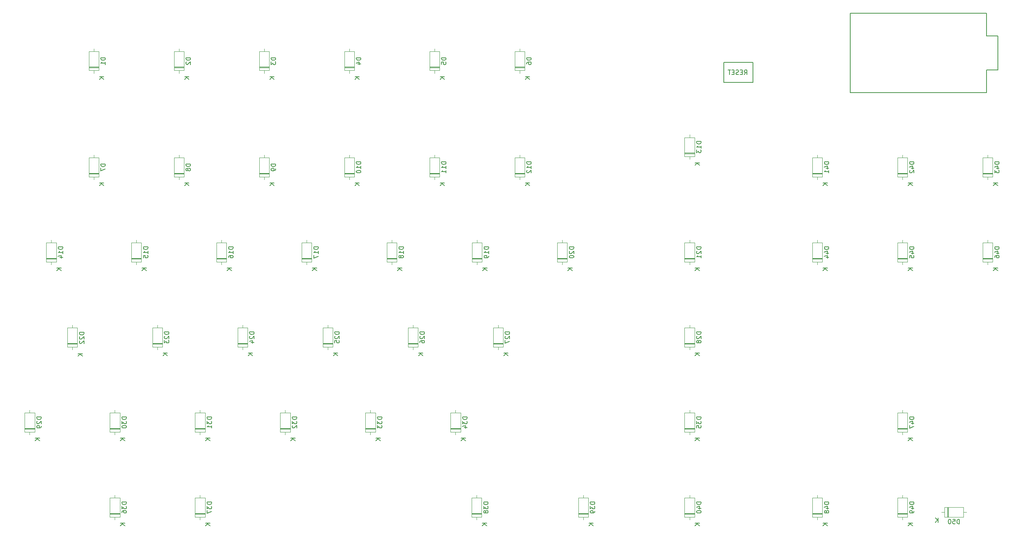
<source format=gbr>
%TF.GenerationSoftware,KiCad,Pcbnew,7.0.5*%
%TF.CreationDate,2023-06-22T07:54:55+00:00*%
%TF.ProjectId,Entry-right,456e7472-792d-4726-9967-68742e6b6963,rev?*%
%TF.SameCoordinates,Original*%
%TF.FileFunction,Legend,Bot*%
%TF.FilePolarity,Positive*%
%FSLAX46Y46*%
G04 Gerber Fmt 4.6, Leading zero omitted, Abs format (unit mm)*
G04 Created by KiCad (PCBNEW 7.0.5) date 2023-06-22 07:54:55*
%MOMM*%
%LPD*%
G01*
G04 APERTURE LIST*
%ADD10C,0.150000*%
%ADD11C,0.120000*%
G04 APERTURE END LIST*
D10*
%TO.C,RESET1*%
X209287881Y-44746069D02*
X209621214Y-44269878D01*
X209859309Y-44746069D02*
X209859309Y-43746069D01*
X209859309Y-43746069D02*
X209478357Y-43746069D01*
X209478357Y-43746069D02*
X209383119Y-43793688D01*
X209383119Y-43793688D02*
X209335500Y-43841307D01*
X209335500Y-43841307D02*
X209287881Y-43936545D01*
X209287881Y-43936545D02*
X209287881Y-44079402D01*
X209287881Y-44079402D02*
X209335500Y-44174640D01*
X209335500Y-44174640D02*
X209383119Y-44222259D01*
X209383119Y-44222259D02*
X209478357Y-44269878D01*
X209478357Y-44269878D02*
X209859309Y-44269878D01*
X208859309Y-44222259D02*
X208525976Y-44222259D01*
X208383119Y-44746069D02*
X208859309Y-44746069D01*
X208859309Y-44746069D02*
X208859309Y-43746069D01*
X208859309Y-43746069D02*
X208383119Y-43746069D01*
X208002166Y-44698450D02*
X207859309Y-44746069D01*
X207859309Y-44746069D02*
X207621214Y-44746069D01*
X207621214Y-44746069D02*
X207525976Y-44698450D01*
X207525976Y-44698450D02*
X207478357Y-44650830D01*
X207478357Y-44650830D02*
X207430738Y-44555592D01*
X207430738Y-44555592D02*
X207430738Y-44460354D01*
X207430738Y-44460354D02*
X207478357Y-44365116D01*
X207478357Y-44365116D02*
X207525976Y-44317497D01*
X207525976Y-44317497D02*
X207621214Y-44269878D01*
X207621214Y-44269878D02*
X207811690Y-44222259D01*
X207811690Y-44222259D02*
X207906928Y-44174640D01*
X207906928Y-44174640D02*
X207954547Y-44127021D01*
X207954547Y-44127021D02*
X208002166Y-44031783D01*
X208002166Y-44031783D02*
X208002166Y-43936545D01*
X208002166Y-43936545D02*
X207954547Y-43841307D01*
X207954547Y-43841307D02*
X207906928Y-43793688D01*
X207906928Y-43793688D02*
X207811690Y-43746069D01*
X207811690Y-43746069D02*
X207573595Y-43746069D01*
X207573595Y-43746069D02*
X207430738Y-43793688D01*
X207002166Y-44222259D02*
X206668833Y-44222259D01*
X206525976Y-44746069D02*
X207002166Y-44746069D01*
X207002166Y-44746069D02*
X207002166Y-43746069D01*
X207002166Y-43746069D02*
X206525976Y-43746069D01*
X206240261Y-43746069D02*
X205668833Y-43746069D01*
X205954547Y-44746069D02*
X205954547Y-43746069D01*
%TO.C,D37*%
X90137319Y-140505714D02*
X89137319Y-140505714D01*
X89137319Y-140505714D02*
X89137319Y-140743809D01*
X89137319Y-140743809D02*
X89184938Y-140886666D01*
X89184938Y-140886666D02*
X89280176Y-140981904D01*
X89280176Y-140981904D02*
X89375414Y-141029523D01*
X89375414Y-141029523D02*
X89565890Y-141077142D01*
X89565890Y-141077142D02*
X89708747Y-141077142D01*
X89708747Y-141077142D02*
X89899223Y-141029523D01*
X89899223Y-141029523D02*
X89994461Y-140981904D01*
X89994461Y-140981904D02*
X90089700Y-140886666D01*
X90089700Y-140886666D02*
X90137319Y-140743809D01*
X90137319Y-140743809D02*
X90137319Y-140505714D01*
X89137319Y-141410476D02*
X89137319Y-142029523D01*
X89137319Y-142029523D02*
X89518271Y-141696190D01*
X89518271Y-141696190D02*
X89518271Y-141839047D01*
X89518271Y-141839047D02*
X89565890Y-141934285D01*
X89565890Y-141934285D02*
X89613509Y-141981904D01*
X89613509Y-141981904D02*
X89708747Y-142029523D01*
X89708747Y-142029523D02*
X89946842Y-142029523D01*
X89946842Y-142029523D02*
X90042080Y-141981904D01*
X90042080Y-141981904D02*
X90089700Y-141934285D01*
X90089700Y-141934285D02*
X90137319Y-141839047D01*
X90137319Y-141839047D02*
X90137319Y-141553333D01*
X90137319Y-141553333D02*
X90089700Y-141458095D01*
X90089700Y-141458095D02*
X90042080Y-141410476D01*
X89137319Y-142362857D02*
X89137319Y-143029523D01*
X89137319Y-143029523D02*
X90137319Y-142600952D01*
X89817319Y-145268095D02*
X88817319Y-145268095D01*
X89817319Y-145839523D02*
X89245890Y-145410952D01*
X88817319Y-145839523D02*
X89388747Y-145268095D01*
%TO.C,D49*%
X247252319Y-140505714D02*
X246252319Y-140505714D01*
X246252319Y-140505714D02*
X246252319Y-140743809D01*
X246252319Y-140743809D02*
X246299938Y-140886666D01*
X246299938Y-140886666D02*
X246395176Y-140981904D01*
X246395176Y-140981904D02*
X246490414Y-141029523D01*
X246490414Y-141029523D02*
X246680890Y-141077142D01*
X246680890Y-141077142D02*
X246823747Y-141077142D01*
X246823747Y-141077142D02*
X247014223Y-141029523D01*
X247014223Y-141029523D02*
X247109461Y-140981904D01*
X247109461Y-140981904D02*
X247204700Y-140886666D01*
X247204700Y-140886666D02*
X247252319Y-140743809D01*
X247252319Y-140743809D02*
X247252319Y-140505714D01*
X246585652Y-141934285D02*
X247252319Y-141934285D01*
X246204700Y-141696190D02*
X246918985Y-141458095D01*
X246918985Y-141458095D02*
X246918985Y-142077142D01*
X247252319Y-142505714D02*
X247252319Y-142696190D01*
X247252319Y-142696190D02*
X247204700Y-142791428D01*
X247204700Y-142791428D02*
X247157080Y-142839047D01*
X247157080Y-142839047D02*
X247014223Y-142934285D01*
X247014223Y-142934285D02*
X246823747Y-142981904D01*
X246823747Y-142981904D02*
X246442795Y-142981904D01*
X246442795Y-142981904D02*
X246347557Y-142934285D01*
X246347557Y-142934285D02*
X246299938Y-142886666D01*
X246299938Y-142886666D02*
X246252319Y-142791428D01*
X246252319Y-142791428D02*
X246252319Y-142600952D01*
X246252319Y-142600952D02*
X246299938Y-142505714D01*
X246299938Y-142505714D02*
X246347557Y-142458095D01*
X246347557Y-142458095D02*
X246442795Y-142410476D01*
X246442795Y-142410476D02*
X246680890Y-142410476D01*
X246680890Y-142410476D02*
X246776128Y-142458095D01*
X246776128Y-142458095D02*
X246823747Y-142505714D01*
X246823747Y-142505714D02*
X246871366Y-142600952D01*
X246871366Y-142600952D02*
X246871366Y-142791428D01*
X246871366Y-142791428D02*
X246823747Y-142886666D01*
X246823747Y-142886666D02*
X246776128Y-142934285D01*
X246776128Y-142934285D02*
X246680890Y-142981904D01*
X246932319Y-145268095D02*
X245932319Y-145268095D01*
X246932319Y-145839523D02*
X246360890Y-145410952D01*
X245932319Y-145839523D02*
X246503747Y-145268095D01*
%TO.C,D26*%
X137762319Y-102405714D02*
X136762319Y-102405714D01*
X136762319Y-102405714D02*
X136762319Y-102643809D01*
X136762319Y-102643809D02*
X136809938Y-102786666D01*
X136809938Y-102786666D02*
X136905176Y-102881904D01*
X136905176Y-102881904D02*
X137000414Y-102929523D01*
X137000414Y-102929523D02*
X137190890Y-102977142D01*
X137190890Y-102977142D02*
X137333747Y-102977142D01*
X137333747Y-102977142D02*
X137524223Y-102929523D01*
X137524223Y-102929523D02*
X137619461Y-102881904D01*
X137619461Y-102881904D02*
X137714700Y-102786666D01*
X137714700Y-102786666D02*
X137762319Y-102643809D01*
X137762319Y-102643809D02*
X137762319Y-102405714D01*
X136857557Y-103358095D02*
X136809938Y-103405714D01*
X136809938Y-103405714D02*
X136762319Y-103500952D01*
X136762319Y-103500952D02*
X136762319Y-103739047D01*
X136762319Y-103739047D02*
X136809938Y-103834285D01*
X136809938Y-103834285D02*
X136857557Y-103881904D01*
X136857557Y-103881904D02*
X136952795Y-103929523D01*
X136952795Y-103929523D02*
X137048033Y-103929523D01*
X137048033Y-103929523D02*
X137190890Y-103881904D01*
X137190890Y-103881904D02*
X137762319Y-103310476D01*
X137762319Y-103310476D02*
X137762319Y-103929523D01*
X136762319Y-104786666D02*
X136762319Y-104596190D01*
X136762319Y-104596190D02*
X136809938Y-104500952D01*
X136809938Y-104500952D02*
X136857557Y-104453333D01*
X136857557Y-104453333D02*
X137000414Y-104358095D01*
X137000414Y-104358095D02*
X137190890Y-104310476D01*
X137190890Y-104310476D02*
X137571842Y-104310476D01*
X137571842Y-104310476D02*
X137667080Y-104358095D01*
X137667080Y-104358095D02*
X137714700Y-104405714D01*
X137714700Y-104405714D02*
X137762319Y-104500952D01*
X137762319Y-104500952D02*
X137762319Y-104691428D01*
X137762319Y-104691428D02*
X137714700Y-104786666D01*
X137714700Y-104786666D02*
X137667080Y-104834285D01*
X137667080Y-104834285D02*
X137571842Y-104881904D01*
X137571842Y-104881904D02*
X137333747Y-104881904D01*
X137333747Y-104881904D02*
X137238509Y-104834285D01*
X137238509Y-104834285D02*
X137190890Y-104786666D01*
X137190890Y-104786666D02*
X137143271Y-104691428D01*
X137143271Y-104691428D02*
X137143271Y-104500952D01*
X137143271Y-104500952D02*
X137190890Y-104405714D01*
X137190890Y-104405714D02*
X137238509Y-104358095D01*
X137238509Y-104358095D02*
X137333747Y-104310476D01*
X137442319Y-107168095D02*
X136442319Y-107168095D01*
X137442319Y-107739523D02*
X136870890Y-107310952D01*
X136442319Y-107739523D02*
X137013747Y-107168095D01*
%TO.C,D43*%
X266302319Y-64305714D02*
X265302319Y-64305714D01*
X265302319Y-64305714D02*
X265302319Y-64543809D01*
X265302319Y-64543809D02*
X265349938Y-64686666D01*
X265349938Y-64686666D02*
X265445176Y-64781904D01*
X265445176Y-64781904D02*
X265540414Y-64829523D01*
X265540414Y-64829523D02*
X265730890Y-64877142D01*
X265730890Y-64877142D02*
X265873747Y-64877142D01*
X265873747Y-64877142D02*
X266064223Y-64829523D01*
X266064223Y-64829523D02*
X266159461Y-64781904D01*
X266159461Y-64781904D02*
X266254700Y-64686666D01*
X266254700Y-64686666D02*
X266302319Y-64543809D01*
X266302319Y-64543809D02*
X266302319Y-64305714D01*
X265635652Y-65734285D02*
X266302319Y-65734285D01*
X265254700Y-65496190D02*
X265968985Y-65258095D01*
X265968985Y-65258095D02*
X265968985Y-65877142D01*
X265302319Y-66162857D02*
X265302319Y-66781904D01*
X265302319Y-66781904D02*
X265683271Y-66448571D01*
X265683271Y-66448571D02*
X265683271Y-66591428D01*
X265683271Y-66591428D02*
X265730890Y-66686666D01*
X265730890Y-66686666D02*
X265778509Y-66734285D01*
X265778509Y-66734285D02*
X265873747Y-66781904D01*
X265873747Y-66781904D02*
X266111842Y-66781904D01*
X266111842Y-66781904D02*
X266207080Y-66734285D01*
X266207080Y-66734285D02*
X266254700Y-66686666D01*
X266254700Y-66686666D02*
X266302319Y-66591428D01*
X266302319Y-66591428D02*
X266302319Y-66305714D01*
X266302319Y-66305714D02*
X266254700Y-66210476D01*
X266254700Y-66210476D02*
X266207080Y-66162857D01*
X265982319Y-69068095D02*
X264982319Y-69068095D01*
X265982319Y-69639523D02*
X265410890Y-69210952D01*
X264982319Y-69639523D02*
X265553747Y-69068095D01*
%TO.C,D8*%
X85437319Y-64781905D02*
X84437319Y-64781905D01*
X84437319Y-64781905D02*
X84437319Y-65020000D01*
X84437319Y-65020000D02*
X84484938Y-65162857D01*
X84484938Y-65162857D02*
X84580176Y-65258095D01*
X84580176Y-65258095D02*
X84675414Y-65305714D01*
X84675414Y-65305714D02*
X84865890Y-65353333D01*
X84865890Y-65353333D02*
X85008747Y-65353333D01*
X85008747Y-65353333D02*
X85199223Y-65305714D01*
X85199223Y-65305714D02*
X85294461Y-65258095D01*
X85294461Y-65258095D02*
X85389700Y-65162857D01*
X85389700Y-65162857D02*
X85437319Y-65020000D01*
X85437319Y-65020000D02*
X85437319Y-64781905D01*
X84865890Y-65924762D02*
X84818271Y-65829524D01*
X84818271Y-65829524D02*
X84770652Y-65781905D01*
X84770652Y-65781905D02*
X84675414Y-65734286D01*
X84675414Y-65734286D02*
X84627795Y-65734286D01*
X84627795Y-65734286D02*
X84532557Y-65781905D01*
X84532557Y-65781905D02*
X84484938Y-65829524D01*
X84484938Y-65829524D02*
X84437319Y-65924762D01*
X84437319Y-65924762D02*
X84437319Y-66115238D01*
X84437319Y-66115238D02*
X84484938Y-66210476D01*
X84484938Y-66210476D02*
X84532557Y-66258095D01*
X84532557Y-66258095D02*
X84627795Y-66305714D01*
X84627795Y-66305714D02*
X84675414Y-66305714D01*
X84675414Y-66305714D02*
X84770652Y-66258095D01*
X84770652Y-66258095D02*
X84818271Y-66210476D01*
X84818271Y-66210476D02*
X84865890Y-66115238D01*
X84865890Y-66115238D02*
X84865890Y-65924762D01*
X84865890Y-65924762D02*
X84913509Y-65829524D01*
X84913509Y-65829524D02*
X84961128Y-65781905D01*
X84961128Y-65781905D02*
X85056366Y-65734286D01*
X85056366Y-65734286D02*
X85246842Y-65734286D01*
X85246842Y-65734286D02*
X85342080Y-65781905D01*
X85342080Y-65781905D02*
X85389700Y-65829524D01*
X85389700Y-65829524D02*
X85437319Y-65924762D01*
X85437319Y-65924762D02*
X85437319Y-66115238D01*
X85437319Y-66115238D02*
X85389700Y-66210476D01*
X85389700Y-66210476D02*
X85342080Y-66258095D01*
X85342080Y-66258095D02*
X85246842Y-66305714D01*
X85246842Y-66305714D02*
X85056366Y-66305714D01*
X85056366Y-66305714D02*
X84961128Y-66258095D01*
X84961128Y-66258095D02*
X84913509Y-66210476D01*
X84913509Y-66210476D02*
X84865890Y-66115238D01*
X85117319Y-69068095D02*
X84117319Y-69068095D01*
X85117319Y-69639523D02*
X84545890Y-69210952D01*
X84117319Y-69639523D02*
X84688747Y-69068095D01*
%TO.C,D2*%
X85437319Y-40969405D02*
X84437319Y-40969405D01*
X84437319Y-40969405D02*
X84437319Y-41207500D01*
X84437319Y-41207500D02*
X84484938Y-41350357D01*
X84484938Y-41350357D02*
X84580176Y-41445595D01*
X84580176Y-41445595D02*
X84675414Y-41493214D01*
X84675414Y-41493214D02*
X84865890Y-41540833D01*
X84865890Y-41540833D02*
X85008747Y-41540833D01*
X85008747Y-41540833D02*
X85199223Y-41493214D01*
X85199223Y-41493214D02*
X85294461Y-41445595D01*
X85294461Y-41445595D02*
X85389700Y-41350357D01*
X85389700Y-41350357D02*
X85437319Y-41207500D01*
X85437319Y-41207500D02*
X85437319Y-40969405D01*
X84532557Y-41921786D02*
X84484938Y-41969405D01*
X84484938Y-41969405D02*
X84437319Y-42064643D01*
X84437319Y-42064643D02*
X84437319Y-42302738D01*
X84437319Y-42302738D02*
X84484938Y-42397976D01*
X84484938Y-42397976D02*
X84532557Y-42445595D01*
X84532557Y-42445595D02*
X84627795Y-42493214D01*
X84627795Y-42493214D02*
X84723033Y-42493214D01*
X84723033Y-42493214D02*
X84865890Y-42445595D01*
X84865890Y-42445595D02*
X85437319Y-41874167D01*
X85437319Y-41874167D02*
X85437319Y-42493214D01*
X85117319Y-45255595D02*
X84117319Y-45255595D01*
X85117319Y-45827023D02*
X84545890Y-45398452D01*
X84117319Y-45827023D02*
X84688747Y-45255595D01*
%TO.C,D14*%
X56862319Y-83355714D02*
X55862319Y-83355714D01*
X55862319Y-83355714D02*
X55862319Y-83593809D01*
X55862319Y-83593809D02*
X55909938Y-83736666D01*
X55909938Y-83736666D02*
X56005176Y-83831904D01*
X56005176Y-83831904D02*
X56100414Y-83879523D01*
X56100414Y-83879523D02*
X56290890Y-83927142D01*
X56290890Y-83927142D02*
X56433747Y-83927142D01*
X56433747Y-83927142D02*
X56624223Y-83879523D01*
X56624223Y-83879523D02*
X56719461Y-83831904D01*
X56719461Y-83831904D02*
X56814700Y-83736666D01*
X56814700Y-83736666D02*
X56862319Y-83593809D01*
X56862319Y-83593809D02*
X56862319Y-83355714D01*
X56862319Y-84879523D02*
X56862319Y-84308095D01*
X56862319Y-84593809D02*
X55862319Y-84593809D01*
X55862319Y-84593809D02*
X56005176Y-84498571D01*
X56005176Y-84498571D02*
X56100414Y-84403333D01*
X56100414Y-84403333D02*
X56148033Y-84308095D01*
X56195652Y-85736666D02*
X56862319Y-85736666D01*
X55814700Y-85498571D02*
X56528985Y-85260476D01*
X56528985Y-85260476D02*
X56528985Y-85879523D01*
X56542319Y-88118095D02*
X55542319Y-88118095D01*
X56542319Y-88689523D02*
X55970890Y-88260952D01*
X55542319Y-88689523D02*
X56113747Y-88118095D01*
%TO.C,D18*%
X133047319Y-83355714D02*
X132047319Y-83355714D01*
X132047319Y-83355714D02*
X132047319Y-83593809D01*
X132047319Y-83593809D02*
X132094938Y-83736666D01*
X132094938Y-83736666D02*
X132190176Y-83831904D01*
X132190176Y-83831904D02*
X132285414Y-83879523D01*
X132285414Y-83879523D02*
X132475890Y-83927142D01*
X132475890Y-83927142D02*
X132618747Y-83927142D01*
X132618747Y-83927142D02*
X132809223Y-83879523D01*
X132809223Y-83879523D02*
X132904461Y-83831904D01*
X132904461Y-83831904D02*
X132999700Y-83736666D01*
X132999700Y-83736666D02*
X133047319Y-83593809D01*
X133047319Y-83593809D02*
X133047319Y-83355714D01*
X133047319Y-84879523D02*
X133047319Y-84308095D01*
X133047319Y-84593809D02*
X132047319Y-84593809D01*
X132047319Y-84593809D02*
X132190176Y-84498571D01*
X132190176Y-84498571D02*
X132285414Y-84403333D01*
X132285414Y-84403333D02*
X132333033Y-84308095D01*
X132475890Y-85450952D02*
X132428271Y-85355714D01*
X132428271Y-85355714D02*
X132380652Y-85308095D01*
X132380652Y-85308095D02*
X132285414Y-85260476D01*
X132285414Y-85260476D02*
X132237795Y-85260476D01*
X132237795Y-85260476D02*
X132142557Y-85308095D01*
X132142557Y-85308095D02*
X132094938Y-85355714D01*
X132094938Y-85355714D02*
X132047319Y-85450952D01*
X132047319Y-85450952D02*
X132047319Y-85641428D01*
X132047319Y-85641428D02*
X132094938Y-85736666D01*
X132094938Y-85736666D02*
X132142557Y-85784285D01*
X132142557Y-85784285D02*
X132237795Y-85831904D01*
X132237795Y-85831904D02*
X132285414Y-85831904D01*
X132285414Y-85831904D02*
X132380652Y-85784285D01*
X132380652Y-85784285D02*
X132428271Y-85736666D01*
X132428271Y-85736666D02*
X132475890Y-85641428D01*
X132475890Y-85641428D02*
X132475890Y-85450952D01*
X132475890Y-85450952D02*
X132523509Y-85355714D01*
X132523509Y-85355714D02*
X132571128Y-85308095D01*
X132571128Y-85308095D02*
X132666366Y-85260476D01*
X132666366Y-85260476D02*
X132856842Y-85260476D01*
X132856842Y-85260476D02*
X132952080Y-85308095D01*
X132952080Y-85308095D02*
X132999700Y-85355714D01*
X132999700Y-85355714D02*
X133047319Y-85450952D01*
X133047319Y-85450952D02*
X133047319Y-85641428D01*
X133047319Y-85641428D02*
X132999700Y-85736666D01*
X132999700Y-85736666D02*
X132952080Y-85784285D01*
X132952080Y-85784285D02*
X132856842Y-85831904D01*
X132856842Y-85831904D02*
X132666366Y-85831904D01*
X132666366Y-85831904D02*
X132571128Y-85784285D01*
X132571128Y-85784285D02*
X132523509Y-85736666D01*
X132523509Y-85736666D02*
X132475890Y-85641428D01*
X132727319Y-88118095D02*
X131727319Y-88118095D01*
X132727319Y-88689523D02*
X132155890Y-88260952D01*
X131727319Y-88689523D02*
X132298747Y-88118095D01*
%TO.C,D1*%
X66387319Y-40969405D02*
X65387319Y-40969405D01*
X65387319Y-40969405D02*
X65387319Y-41207500D01*
X65387319Y-41207500D02*
X65434938Y-41350357D01*
X65434938Y-41350357D02*
X65530176Y-41445595D01*
X65530176Y-41445595D02*
X65625414Y-41493214D01*
X65625414Y-41493214D02*
X65815890Y-41540833D01*
X65815890Y-41540833D02*
X65958747Y-41540833D01*
X65958747Y-41540833D02*
X66149223Y-41493214D01*
X66149223Y-41493214D02*
X66244461Y-41445595D01*
X66244461Y-41445595D02*
X66339700Y-41350357D01*
X66339700Y-41350357D02*
X66387319Y-41207500D01*
X66387319Y-41207500D02*
X66387319Y-40969405D01*
X66387319Y-42493214D02*
X66387319Y-41921786D01*
X66387319Y-42207500D02*
X65387319Y-42207500D01*
X65387319Y-42207500D02*
X65530176Y-42112262D01*
X65530176Y-42112262D02*
X65625414Y-42017024D01*
X65625414Y-42017024D02*
X65673033Y-41921786D01*
X66067319Y-45255595D02*
X65067319Y-45255595D01*
X66067319Y-45827023D02*
X65495890Y-45398452D01*
X65067319Y-45827023D02*
X65638747Y-45255595D01*
%TO.C,D3*%
X104487319Y-40969405D02*
X103487319Y-40969405D01*
X103487319Y-40969405D02*
X103487319Y-41207500D01*
X103487319Y-41207500D02*
X103534938Y-41350357D01*
X103534938Y-41350357D02*
X103630176Y-41445595D01*
X103630176Y-41445595D02*
X103725414Y-41493214D01*
X103725414Y-41493214D02*
X103915890Y-41540833D01*
X103915890Y-41540833D02*
X104058747Y-41540833D01*
X104058747Y-41540833D02*
X104249223Y-41493214D01*
X104249223Y-41493214D02*
X104344461Y-41445595D01*
X104344461Y-41445595D02*
X104439700Y-41350357D01*
X104439700Y-41350357D02*
X104487319Y-41207500D01*
X104487319Y-41207500D02*
X104487319Y-40969405D01*
X103487319Y-41874167D02*
X103487319Y-42493214D01*
X103487319Y-42493214D02*
X103868271Y-42159881D01*
X103868271Y-42159881D02*
X103868271Y-42302738D01*
X103868271Y-42302738D02*
X103915890Y-42397976D01*
X103915890Y-42397976D02*
X103963509Y-42445595D01*
X103963509Y-42445595D02*
X104058747Y-42493214D01*
X104058747Y-42493214D02*
X104296842Y-42493214D01*
X104296842Y-42493214D02*
X104392080Y-42445595D01*
X104392080Y-42445595D02*
X104439700Y-42397976D01*
X104439700Y-42397976D02*
X104487319Y-42302738D01*
X104487319Y-42302738D02*
X104487319Y-42017024D01*
X104487319Y-42017024D02*
X104439700Y-41921786D01*
X104439700Y-41921786D02*
X104392080Y-41874167D01*
X104167319Y-45255595D02*
X103167319Y-45255595D01*
X104167319Y-45827023D02*
X103595890Y-45398452D01*
X103167319Y-45827023D02*
X103738747Y-45255595D01*
%TO.C,D25*%
X118712319Y-102405714D02*
X117712319Y-102405714D01*
X117712319Y-102405714D02*
X117712319Y-102643809D01*
X117712319Y-102643809D02*
X117759938Y-102786666D01*
X117759938Y-102786666D02*
X117855176Y-102881904D01*
X117855176Y-102881904D02*
X117950414Y-102929523D01*
X117950414Y-102929523D02*
X118140890Y-102977142D01*
X118140890Y-102977142D02*
X118283747Y-102977142D01*
X118283747Y-102977142D02*
X118474223Y-102929523D01*
X118474223Y-102929523D02*
X118569461Y-102881904D01*
X118569461Y-102881904D02*
X118664700Y-102786666D01*
X118664700Y-102786666D02*
X118712319Y-102643809D01*
X118712319Y-102643809D02*
X118712319Y-102405714D01*
X117807557Y-103358095D02*
X117759938Y-103405714D01*
X117759938Y-103405714D02*
X117712319Y-103500952D01*
X117712319Y-103500952D02*
X117712319Y-103739047D01*
X117712319Y-103739047D02*
X117759938Y-103834285D01*
X117759938Y-103834285D02*
X117807557Y-103881904D01*
X117807557Y-103881904D02*
X117902795Y-103929523D01*
X117902795Y-103929523D02*
X117998033Y-103929523D01*
X117998033Y-103929523D02*
X118140890Y-103881904D01*
X118140890Y-103881904D02*
X118712319Y-103310476D01*
X118712319Y-103310476D02*
X118712319Y-103929523D01*
X117712319Y-104834285D02*
X117712319Y-104358095D01*
X117712319Y-104358095D02*
X118188509Y-104310476D01*
X118188509Y-104310476D02*
X118140890Y-104358095D01*
X118140890Y-104358095D02*
X118093271Y-104453333D01*
X118093271Y-104453333D02*
X118093271Y-104691428D01*
X118093271Y-104691428D02*
X118140890Y-104786666D01*
X118140890Y-104786666D02*
X118188509Y-104834285D01*
X118188509Y-104834285D02*
X118283747Y-104881904D01*
X118283747Y-104881904D02*
X118521842Y-104881904D01*
X118521842Y-104881904D02*
X118617080Y-104834285D01*
X118617080Y-104834285D02*
X118664700Y-104786666D01*
X118664700Y-104786666D02*
X118712319Y-104691428D01*
X118712319Y-104691428D02*
X118712319Y-104453333D01*
X118712319Y-104453333D02*
X118664700Y-104358095D01*
X118664700Y-104358095D02*
X118617080Y-104310476D01*
X118392319Y-107168095D02*
X117392319Y-107168095D01*
X118392319Y-107739523D02*
X117820890Y-107310952D01*
X117392319Y-107739523D02*
X117963747Y-107168095D01*
%TO.C,D32*%
X109187319Y-121455714D02*
X108187319Y-121455714D01*
X108187319Y-121455714D02*
X108187319Y-121693809D01*
X108187319Y-121693809D02*
X108234938Y-121836666D01*
X108234938Y-121836666D02*
X108330176Y-121931904D01*
X108330176Y-121931904D02*
X108425414Y-121979523D01*
X108425414Y-121979523D02*
X108615890Y-122027142D01*
X108615890Y-122027142D02*
X108758747Y-122027142D01*
X108758747Y-122027142D02*
X108949223Y-121979523D01*
X108949223Y-121979523D02*
X109044461Y-121931904D01*
X109044461Y-121931904D02*
X109139700Y-121836666D01*
X109139700Y-121836666D02*
X109187319Y-121693809D01*
X109187319Y-121693809D02*
X109187319Y-121455714D01*
X108187319Y-122360476D02*
X108187319Y-122979523D01*
X108187319Y-122979523D02*
X108568271Y-122646190D01*
X108568271Y-122646190D02*
X108568271Y-122789047D01*
X108568271Y-122789047D02*
X108615890Y-122884285D01*
X108615890Y-122884285D02*
X108663509Y-122931904D01*
X108663509Y-122931904D02*
X108758747Y-122979523D01*
X108758747Y-122979523D02*
X108996842Y-122979523D01*
X108996842Y-122979523D02*
X109092080Y-122931904D01*
X109092080Y-122931904D02*
X109139700Y-122884285D01*
X109139700Y-122884285D02*
X109187319Y-122789047D01*
X109187319Y-122789047D02*
X109187319Y-122503333D01*
X109187319Y-122503333D02*
X109139700Y-122408095D01*
X109139700Y-122408095D02*
X109092080Y-122360476D01*
X108282557Y-123360476D02*
X108234938Y-123408095D01*
X108234938Y-123408095D02*
X108187319Y-123503333D01*
X108187319Y-123503333D02*
X108187319Y-123741428D01*
X108187319Y-123741428D02*
X108234938Y-123836666D01*
X108234938Y-123836666D02*
X108282557Y-123884285D01*
X108282557Y-123884285D02*
X108377795Y-123931904D01*
X108377795Y-123931904D02*
X108473033Y-123931904D01*
X108473033Y-123931904D02*
X108615890Y-123884285D01*
X108615890Y-123884285D02*
X109187319Y-123312857D01*
X109187319Y-123312857D02*
X109187319Y-123931904D01*
X108867319Y-126218095D02*
X107867319Y-126218095D01*
X108867319Y-126789523D02*
X108295890Y-126360952D01*
X107867319Y-126789523D02*
X108438747Y-126218095D01*
%TO.C,D41*%
X228202319Y-64305714D02*
X227202319Y-64305714D01*
X227202319Y-64305714D02*
X227202319Y-64543809D01*
X227202319Y-64543809D02*
X227249938Y-64686666D01*
X227249938Y-64686666D02*
X227345176Y-64781904D01*
X227345176Y-64781904D02*
X227440414Y-64829523D01*
X227440414Y-64829523D02*
X227630890Y-64877142D01*
X227630890Y-64877142D02*
X227773747Y-64877142D01*
X227773747Y-64877142D02*
X227964223Y-64829523D01*
X227964223Y-64829523D02*
X228059461Y-64781904D01*
X228059461Y-64781904D02*
X228154700Y-64686666D01*
X228154700Y-64686666D02*
X228202319Y-64543809D01*
X228202319Y-64543809D02*
X228202319Y-64305714D01*
X227535652Y-65734285D02*
X228202319Y-65734285D01*
X227154700Y-65496190D02*
X227868985Y-65258095D01*
X227868985Y-65258095D02*
X227868985Y-65877142D01*
X228202319Y-66781904D02*
X228202319Y-66210476D01*
X228202319Y-66496190D02*
X227202319Y-66496190D01*
X227202319Y-66496190D02*
X227345176Y-66400952D01*
X227345176Y-66400952D02*
X227440414Y-66305714D01*
X227440414Y-66305714D02*
X227488033Y-66210476D01*
X227882319Y-69068095D02*
X226882319Y-69068095D01*
X227882319Y-69639523D02*
X227310890Y-69210952D01*
X226882319Y-69639523D02*
X227453747Y-69068095D01*
%TO.C,D24*%
X99662319Y-102405714D02*
X98662319Y-102405714D01*
X98662319Y-102405714D02*
X98662319Y-102643809D01*
X98662319Y-102643809D02*
X98709938Y-102786666D01*
X98709938Y-102786666D02*
X98805176Y-102881904D01*
X98805176Y-102881904D02*
X98900414Y-102929523D01*
X98900414Y-102929523D02*
X99090890Y-102977142D01*
X99090890Y-102977142D02*
X99233747Y-102977142D01*
X99233747Y-102977142D02*
X99424223Y-102929523D01*
X99424223Y-102929523D02*
X99519461Y-102881904D01*
X99519461Y-102881904D02*
X99614700Y-102786666D01*
X99614700Y-102786666D02*
X99662319Y-102643809D01*
X99662319Y-102643809D02*
X99662319Y-102405714D01*
X98757557Y-103358095D02*
X98709938Y-103405714D01*
X98709938Y-103405714D02*
X98662319Y-103500952D01*
X98662319Y-103500952D02*
X98662319Y-103739047D01*
X98662319Y-103739047D02*
X98709938Y-103834285D01*
X98709938Y-103834285D02*
X98757557Y-103881904D01*
X98757557Y-103881904D02*
X98852795Y-103929523D01*
X98852795Y-103929523D02*
X98948033Y-103929523D01*
X98948033Y-103929523D02*
X99090890Y-103881904D01*
X99090890Y-103881904D02*
X99662319Y-103310476D01*
X99662319Y-103310476D02*
X99662319Y-103929523D01*
X98995652Y-104786666D02*
X99662319Y-104786666D01*
X98614700Y-104548571D02*
X99328985Y-104310476D01*
X99328985Y-104310476D02*
X99328985Y-104929523D01*
X99342319Y-107168095D02*
X98342319Y-107168095D01*
X99342319Y-107739523D02*
X98770890Y-107310952D01*
X98342319Y-107739523D02*
X98913747Y-107168095D01*
%TO.C,D19*%
X152097319Y-83355714D02*
X151097319Y-83355714D01*
X151097319Y-83355714D02*
X151097319Y-83593809D01*
X151097319Y-83593809D02*
X151144938Y-83736666D01*
X151144938Y-83736666D02*
X151240176Y-83831904D01*
X151240176Y-83831904D02*
X151335414Y-83879523D01*
X151335414Y-83879523D02*
X151525890Y-83927142D01*
X151525890Y-83927142D02*
X151668747Y-83927142D01*
X151668747Y-83927142D02*
X151859223Y-83879523D01*
X151859223Y-83879523D02*
X151954461Y-83831904D01*
X151954461Y-83831904D02*
X152049700Y-83736666D01*
X152049700Y-83736666D02*
X152097319Y-83593809D01*
X152097319Y-83593809D02*
X152097319Y-83355714D01*
X152097319Y-84879523D02*
X152097319Y-84308095D01*
X152097319Y-84593809D02*
X151097319Y-84593809D01*
X151097319Y-84593809D02*
X151240176Y-84498571D01*
X151240176Y-84498571D02*
X151335414Y-84403333D01*
X151335414Y-84403333D02*
X151383033Y-84308095D01*
X152097319Y-85355714D02*
X152097319Y-85546190D01*
X152097319Y-85546190D02*
X152049700Y-85641428D01*
X152049700Y-85641428D02*
X152002080Y-85689047D01*
X152002080Y-85689047D02*
X151859223Y-85784285D01*
X151859223Y-85784285D02*
X151668747Y-85831904D01*
X151668747Y-85831904D02*
X151287795Y-85831904D01*
X151287795Y-85831904D02*
X151192557Y-85784285D01*
X151192557Y-85784285D02*
X151144938Y-85736666D01*
X151144938Y-85736666D02*
X151097319Y-85641428D01*
X151097319Y-85641428D02*
X151097319Y-85450952D01*
X151097319Y-85450952D02*
X151144938Y-85355714D01*
X151144938Y-85355714D02*
X151192557Y-85308095D01*
X151192557Y-85308095D02*
X151287795Y-85260476D01*
X151287795Y-85260476D02*
X151525890Y-85260476D01*
X151525890Y-85260476D02*
X151621128Y-85308095D01*
X151621128Y-85308095D02*
X151668747Y-85355714D01*
X151668747Y-85355714D02*
X151716366Y-85450952D01*
X151716366Y-85450952D02*
X151716366Y-85641428D01*
X151716366Y-85641428D02*
X151668747Y-85736666D01*
X151668747Y-85736666D02*
X151621128Y-85784285D01*
X151621128Y-85784285D02*
X151525890Y-85831904D01*
X151777319Y-88118095D02*
X150777319Y-88118095D01*
X151777319Y-88689523D02*
X151205890Y-88260952D01*
X150777319Y-88689523D02*
X151348747Y-88118095D01*
%TO.C,D10*%
X123537319Y-64305714D02*
X122537319Y-64305714D01*
X122537319Y-64305714D02*
X122537319Y-64543809D01*
X122537319Y-64543809D02*
X122584938Y-64686666D01*
X122584938Y-64686666D02*
X122680176Y-64781904D01*
X122680176Y-64781904D02*
X122775414Y-64829523D01*
X122775414Y-64829523D02*
X122965890Y-64877142D01*
X122965890Y-64877142D02*
X123108747Y-64877142D01*
X123108747Y-64877142D02*
X123299223Y-64829523D01*
X123299223Y-64829523D02*
X123394461Y-64781904D01*
X123394461Y-64781904D02*
X123489700Y-64686666D01*
X123489700Y-64686666D02*
X123537319Y-64543809D01*
X123537319Y-64543809D02*
X123537319Y-64305714D01*
X123537319Y-65829523D02*
X123537319Y-65258095D01*
X123537319Y-65543809D02*
X122537319Y-65543809D01*
X122537319Y-65543809D02*
X122680176Y-65448571D01*
X122680176Y-65448571D02*
X122775414Y-65353333D01*
X122775414Y-65353333D02*
X122823033Y-65258095D01*
X122537319Y-66448571D02*
X122537319Y-66543809D01*
X122537319Y-66543809D02*
X122584938Y-66639047D01*
X122584938Y-66639047D02*
X122632557Y-66686666D01*
X122632557Y-66686666D02*
X122727795Y-66734285D01*
X122727795Y-66734285D02*
X122918271Y-66781904D01*
X122918271Y-66781904D02*
X123156366Y-66781904D01*
X123156366Y-66781904D02*
X123346842Y-66734285D01*
X123346842Y-66734285D02*
X123442080Y-66686666D01*
X123442080Y-66686666D02*
X123489700Y-66639047D01*
X123489700Y-66639047D02*
X123537319Y-66543809D01*
X123537319Y-66543809D02*
X123537319Y-66448571D01*
X123537319Y-66448571D02*
X123489700Y-66353333D01*
X123489700Y-66353333D02*
X123442080Y-66305714D01*
X123442080Y-66305714D02*
X123346842Y-66258095D01*
X123346842Y-66258095D02*
X123156366Y-66210476D01*
X123156366Y-66210476D02*
X122918271Y-66210476D01*
X122918271Y-66210476D02*
X122727795Y-66258095D01*
X122727795Y-66258095D02*
X122632557Y-66305714D01*
X122632557Y-66305714D02*
X122584938Y-66353333D01*
X122584938Y-66353333D02*
X122537319Y-66448571D01*
X123217319Y-69068095D02*
X122217319Y-69068095D01*
X123217319Y-69639523D02*
X122645890Y-69210952D01*
X122217319Y-69639523D02*
X122788747Y-69068095D01*
%TO.C,D39*%
X175862319Y-140505714D02*
X174862319Y-140505714D01*
X174862319Y-140505714D02*
X174862319Y-140743809D01*
X174862319Y-140743809D02*
X174909938Y-140886666D01*
X174909938Y-140886666D02*
X175005176Y-140981904D01*
X175005176Y-140981904D02*
X175100414Y-141029523D01*
X175100414Y-141029523D02*
X175290890Y-141077142D01*
X175290890Y-141077142D02*
X175433747Y-141077142D01*
X175433747Y-141077142D02*
X175624223Y-141029523D01*
X175624223Y-141029523D02*
X175719461Y-140981904D01*
X175719461Y-140981904D02*
X175814700Y-140886666D01*
X175814700Y-140886666D02*
X175862319Y-140743809D01*
X175862319Y-140743809D02*
X175862319Y-140505714D01*
X174862319Y-141410476D02*
X174862319Y-142029523D01*
X174862319Y-142029523D02*
X175243271Y-141696190D01*
X175243271Y-141696190D02*
X175243271Y-141839047D01*
X175243271Y-141839047D02*
X175290890Y-141934285D01*
X175290890Y-141934285D02*
X175338509Y-141981904D01*
X175338509Y-141981904D02*
X175433747Y-142029523D01*
X175433747Y-142029523D02*
X175671842Y-142029523D01*
X175671842Y-142029523D02*
X175767080Y-141981904D01*
X175767080Y-141981904D02*
X175814700Y-141934285D01*
X175814700Y-141934285D02*
X175862319Y-141839047D01*
X175862319Y-141839047D02*
X175862319Y-141553333D01*
X175862319Y-141553333D02*
X175814700Y-141458095D01*
X175814700Y-141458095D02*
X175767080Y-141410476D01*
X175862319Y-142505714D02*
X175862319Y-142696190D01*
X175862319Y-142696190D02*
X175814700Y-142791428D01*
X175814700Y-142791428D02*
X175767080Y-142839047D01*
X175767080Y-142839047D02*
X175624223Y-142934285D01*
X175624223Y-142934285D02*
X175433747Y-142981904D01*
X175433747Y-142981904D02*
X175052795Y-142981904D01*
X175052795Y-142981904D02*
X174957557Y-142934285D01*
X174957557Y-142934285D02*
X174909938Y-142886666D01*
X174909938Y-142886666D02*
X174862319Y-142791428D01*
X174862319Y-142791428D02*
X174862319Y-142600952D01*
X174862319Y-142600952D02*
X174909938Y-142505714D01*
X174909938Y-142505714D02*
X174957557Y-142458095D01*
X174957557Y-142458095D02*
X175052795Y-142410476D01*
X175052795Y-142410476D02*
X175290890Y-142410476D01*
X175290890Y-142410476D02*
X175386128Y-142458095D01*
X175386128Y-142458095D02*
X175433747Y-142505714D01*
X175433747Y-142505714D02*
X175481366Y-142600952D01*
X175481366Y-142600952D02*
X175481366Y-142791428D01*
X175481366Y-142791428D02*
X175433747Y-142886666D01*
X175433747Y-142886666D02*
X175386128Y-142934285D01*
X175386128Y-142934285D02*
X175290890Y-142981904D01*
X175542319Y-145268095D02*
X174542319Y-145268095D01*
X175542319Y-145839523D02*
X174970890Y-145410952D01*
X174542319Y-145839523D02*
X175113747Y-145268095D01*
%TO.C,D46*%
X266302319Y-83355714D02*
X265302319Y-83355714D01*
X265302319Y-83355714D02*
X265302319Y-83593809D01*
X265302319Y-83593809D02*
X265349938Y-83736666D01*
X265349938Y-83736666D02*
X265445176Y-83831904D01*
X265445176Y-83831904D02*
X265540414Y-83879523D01*
X265540414Y-83879523D02*
X265730890Y-83927142D01*
X265730890Y-83927142D02*
X265873747Y-83927142D01*
X265873747Y-83927142D02*
X266064223Y-83879523D01*
X266064223Y-83879523D02*
X266159461Y-83831904D01*
X266159461Y-83831904D02*
X266254700Y-83736666D01*
X266254700Y-83736666D02*
X266302319Y-83593809D01*
X266302319Y-83593809D02*
X266302319Y-83355714D01*
X265635652Y-84784285D02*
X266302319Y-84784285D01*
X265254700Y-84546190D02*
X265968985Y-84308095D01*
X265968985Y-84308095D02*
X265968985Y-84927142D01*
X265302319Y-85736666D02*
X265302319Y-85546190D01*
X265302319Y-85546190D02*
X265349938Y-85450952D01*
X265349938Y-85450952D02*
X265397557Y-85403333D01*
X265397557Y-85403333D02*
X265540414Y-85308095D01*
X265540414Y-85308095D02*
X265730890Y-85260476D01*
X265730890Y-85260476D02*
X266111842Y-85260476D01*
X266111842Y-85260476D02*
X266207080Y-85308095D01*
X266207080Y-85308095D02*
X266254700Y-85355714D01*
X266254700Y-85355714D02*
X266302319Y-85450952D01*
X266302319Y-85450952D02*
X266302319Y-85641428D01*
X266302319Y-85641428D02*
X266254700Y-85736666D01*
X266254700Y-85736666D02*
X266207080Y-85784285D01*
X266207080Y-85784285D02*
X266111842Y-85831904D01*
X266111842Y-85831904D02*
X265873747Y-85831904D01*
X265873747Y-85831904D02*
X265778509Y-85784285D01*
X265778509Y-85784285D02*
X265730890Y-85736666D01*
X265730890Y-85736666D02*
X265683271Y-85641428D01*
X265683271Y-85641428D02*
X265683271Y-85450952D01*
X265683271Y-85450952D02*
X265730890Y-85355714D01*
X265730890Y-85355714D02*
X265778509Y-85308095D01*
X265778509Y-85308095D02*
X265873747Y-85260476D01*
X265982319Y-88118095D02*
X264982319Y-88118095D01*
X265982319Y-88689523D02*
X265410890Y-88260952D01*
X264982319Y-88689523D02*
X265553747Y-88118095D01*
%TO.C,D4*%
X123537319Y-40969405D02*
X122537319Y-40969405D01*
X122537319Y-40969405D02*
X122537319Y-41207500D01*
X122537319Y-41207500D02*
X122584938Y-41350357D01*
X122584938Y-41350357D02*
X122680176Y-41445595D01*
X122680176Y-41445595D02*
X122775414Y-41493214D01*
X122775414Y-41493214D02*
X122965890Y-41540833D01*
X122965890Y-41540833D02*
X123108747Y-41540833D01*
X123108747Y-41540833D02*
X123299223Y-41493214D01*
X123299223Y-41493214D02*
X123394461Y-41445595D01*
X123394461Y-41445595D02*
X123489700Y-41350357D01*
X123489700Y-41350357D02*
X123537319Y-41207500D01*
X123537319Y-41207500D02*
X123537319Y-40969405D01*
X122870652Y-42397976D02*
X123537319Y-42397976D01*
X122489700Y-42159881D02*
X123203985Y-41921786D01*
X123203985Y-41921786D02*
X123203985Y-42540833D01*
X123217319Y-45255595D02*
X122217319Y-45255595D01*
X123217319Y-45827023D02*
X122645890Y-45398452D01*
X122217319Y-45827023D02*
X122788747Y-45255595D01*
%TO.C,D21*%
X199627319Y-83355714D02*
X198627319Y-83355714D01*
X198627319Y-83355714D02*
X198627319Y-83593809D01*
X198627319Y-83593809D02*
X198674938Y-83736666D01*
X198674938Y-83736666D02*
X198770176Y-83831904D01*
X198770176Y-83831904D02*
X198865414Y-83879523D01*
X198865414Y-83879523D02*
X199055890Y-83927142D01*
X199055890Y-83927142D02*
X199198747Y-83927142D01*
X199198747Y-83927142D02*
X199389223Y-83879523D01*
X199389223Y-83879523D02*
X199484461Y-83831904D01*
X199484461Y-83831904D02*
X199579700Y-83736666D01*
X199579700Y-83736666D02*
X199627319Y-83593809D01*
X199627319Y-83593809D02*
X199627319Y-83355714D01*
X198722557Y-84308095D02*
X198674938Y-84355714D01*
X198674938Y-84355714D02*
X198627319Y-84450952D01*
X198627319Y-84450952D02*
X198627319Y-84689047D01*
X198627319Y-84689047D02*
X198674938Y-84784285D01*
X198674938Y-84784285D02*
X198722557Y-84831904D01*
X198722557Y-84831904D02*
X198817795Y-84879523D01*
X198817795Y-84879523D02*
X198913033Y-84879523D01*
X198913033Y-84879523D02*
X199055890Y-84831904D01*
X199055890Y-84831904D02*
X199627319Y-84260476D01*
X199627319Y-84260476D02*
X199627319Y-84879523D01*
X199627319Y-85831904D02*
X199627319Y-85260476D01*
X199627319Y-85546190D02*
X198627319Y-85546190D01*
X198627319Y-85546190D02*
X198770176Y-85450952D01*
X198770176Y-85450952D02*
X198865414Y-85355714D01*
X198865414Y-85355714D02*
X198913033Y-85260476D01*
X199307319Y-88118095D02*
X198307319Y-88118095D01*
X199307319Y-88689523D02*
X198735890Y-88260952D01*
X198307319Y-88689523D02*
X198878747Y-88118095D01*
%TO.C,D40*%
X199627319Y-140505714D02*
X198627319Y-140505714D01*
X198627319Y-140505714D02*
X198627319Y-140743809D01*
X198627319Y-140743809D02*
X198674938Y-140886666D01*
X198674938Y-140886666D02*
X198770176Y-140981904D01*
X198770176Y-140981904D02*
X198865414Y-141029523D01*
X198865414Y-141029523D02*
X199055890Y-141077142D01*
X199055890Y-141077142D02*
X199198747Y-141077142D01*
X199198747Y-141077142D02*
X199389223Y-141029523D01*
X199389223Y-141029523D02*
X199484461Y-140981904D01*
X199484461Y-140981904D02*
X199579700Y-140886666D01*
X199579700Y-140886666D02*
X199627319Y-140743809D01*
X199627319Y-140743809D02*
X199627319Y-140505714D01*
X198960652Y-141934285D02*
X199627319Y-141934285D01*
X198579700Y-141696190D02*
X199293985Y-141458095D01*
X199293985Y-141458095D02*
X199293985Y-142077142D01*
X198627319Y-142648571D02*
X198627319Y-142743809D01*
X198627319Y-142743809D02*
X198674938Y-142839047D01*
X198674938Y-142839047D02*
X198722557Y-142886666D01*
X198722557Y-142886666D02*
X198817795Y-142934285D01*
X198817795Y-142934285D02*
X199008271Y-142981904D01*
X199008271Y-142981904D02*
X199246366Y-142981904D01*
X199246366Y-142981904D02*
X199436842Y-142934285D01*
X199436842Y-142934285D02*
X199532080Y-142886666D01*
X199532080Y-142886666D02*
X199579700Y-142839047D01*
X199579700Y-142839047D02*
X199627319Y-142743809D01*
X199627319Y-142743809D02*
X199627319Y-142648571D01*
X199627319Y-142648571D02*
X199579700Y-142553333D01*
X199579700Y-142553333D02*
X199532080Y-142505714D01*
X199532080Y-142505714D02*
X199436842Y-142458095D01*
X199436842Y-142458095D02*
X199246366Y-142410476D01*
X199246366Y-142410476D02*
X199008271Y-142410476D01*
X199008271Y-142410476D02*
X198817795Y-142458095D01*
X198817795Y-142458095D02*
X198722557Y-142505714D01*
X198722557Y-142505714D02*
X198674938Y-142553333D01*
X198674938Y-142553333D02*
X198627319Y-142648571D01*
X199307319Y-145268095D02*
X198307319Y-145268095D01*
X199307319Y-145839523D02*
X198735890Y-145410952D01*
X198307319Y-145839523D02*
X198878747Y-145268095D01*
%TO.C,D50*%
X257414285Y-145374819D02*
X257414285Y-144374819D01*
X257414285Y-144374819D02*
X257176190Y-144374819D01*
X257176190Y-144374819D02*
X257033333Y-144422438D01*
X257033333Y-144422438D02*
X256938095Y-144517676D01*
X256938095Y-144517676D02*
X256890476Y-144612914D01*
X256890476Y-144612914D02*
X256842857Y-144803390D01*
X256842857Y-144803390D02*
X256842857Y-144946247D01*
X256842857Y-144946247D02*
X256890476Y-145136723D01*
X256890476Y-145136723D02*
X256938095Y-145231961D01*
X256938095Y-145231961D02*
X257033333Y-145327200D01*
X257033333Y-145327200D02*
X257176190Y-145374819D01*
X257176190Y-145374819D02*
X257414285Y-145374819D01*
X255938095Y-144374819D02*
X256414285Y-144374819D01*
X256414285Y-144374819D02*
X256461904Y-144851009D01*
X256461904Y-144851009D02*
X256414285Y-144803390D01*
X256414285Y-144803390D02*
X256319047Y-144755771D01*
X256319047Y-144755771D02*
X256080952Y-144755771D01*
X256080952Y-144755771D02*
X255985714Y-144803390D01*
X255985714Y-144803390D02*
X255938095Y-144851009D01*
X255938095Y-144851009D02*
X255890476Y-144946247D01*
X255890476Y-144946247D02*
X255890476Y-145184342D01*
X255890476Y-145184342D02*
X255938095Y-145279580D01*
X255938095Y-145279580D02*
X255985714Y-145327200D01*
X255985714Y-145327200D02*
X256080952Y-145374819D01*
X256080952Y-145374819D02*
X256319047Y-145374819D01*
X256319047Y-145374819D02*
X256414285Y-145327200D01*
X256414285Y-145327200D02*
X256461904Y-145279580D01*
X255271428Y-144374819D02*
X255176190Y-144374819D01*
X255176190Y-144374819D02*
X255080952Y-144422438D01*
X255080952Y-144422438D02*
X255033333Y-144470057D01*
X255033333Y-144470057D02*
X254985714Y-144565295D01*
X254985714Y-144565295D02*
X254938095Y-144755771D01*
X254938095Y-144755771D02*
X254938095Y-144993866D01*
X254938095Y-144993866D02*
X254985714Y-145184342D01*
X254985714Y-145184342D02*
X255033333Y-145279580D01*
X255033333Y-145279580D02*
X255080952Y-145327200D01*
X255080952Y-145327200D02*
X255176190Y-145374819D01*
X255176190Y-145374819D02*
X255271428Y-145374819D01*
X255271428Y-145374819D02*
X255366666Y-145327200D01*
X255366666Y-145327200D02*
X255414285Y-145279580D01*
X255414285Y-145279580D02*
X255461904Y-145184342D01*
X255461904Y-145184342D02*
X255509523Y-144993866D01*
X255509523Y-144993866D02*
X255509523Y-144755771D01*
X255509523Y-144755771D02*
X255461904Y-144565295D01*
X255461904Y-144565295D02*
X255414285Y-144470057D01*
X255414285Y-144470057D02*
X255366666Y-144422438D01*
X255366666Y-144422438D02*
X255271428Y-144374819D01*
X252651904Y-145054819D02*
X252651904Y-144054819D01*
X252080476Y-145054819D02*
X252509047Y-144483390D01*
X252080476Y-144054819D02*
X252651904Y-144626247D01*
%TO.C,D38*%
X152002319Y-140505714D02*
X151002319Y-140505714D01*
X151002319Y-140505714D02*
X151002319Y-140743809D01*
X151002319Y-140743809D02*
X151049938Y-140886666D01*
X151049938Y-140886666D02*
X151145176Y-140981904D01*
X151145176Y-140981904D02*
X151240414Y-141029523D01*
X151240414Y-141029523D02*
X151430890Y-141077142D01*
X151430890Y-141077142D02*
X151573747Y-141077142D01*
X151573747Y-141077142D02*
X151764223Y-141029523D01*
X151764223Y-141029523D02*
X151859461Y-140981904D01*
X151859461Y-140981904D02*
X151954700Y-140886666D01*
X151954700Y-140886666D02*
X152002319Y-140743809D01*
X152002319Y-140743809D02*
X152002319Y-140505714D01*
X151002319Y-141410476D02*
X151002319Y-142029523D01*
X151002319Y-142029523D02*
X151383271Y-141696190D01*
X151383271Y-141696190D02*
X151383271Y-141839047D01*
X151383271Y-141839047D02*
X151430890Y-141934285D01*
X151430890Y-141934285D02*
X151478509Y-141981904D01*
X151478509Y-141981904D02*
X151573747Y-142029523D01*
X151573747Y-142029523D02*
X151811842Y-142029523D01*
X151811842Y-142029523D02*
X151907080Y-141981904D01*
X151907080Y-141981904D02*
X151954700Y-141934285D01*
X151954700Y-141934285D02*
X152002319Y-141839047D01*
X152002319Y-141839047D02*
X152002319Y-141553333D01*
X152002319Y-141553333D02*
X151954700Y-141458095D01*
X151954700Y-141458095D02*
X151907080Y-141410476D01*
X151430890Y-142600952D02*
X151383271Y-142505714D01*
X151383271Y-142505714D02*
X151335652Y-142458095D01*
X151335652Y-142458095D02*
X151240414Y-142410476D01*
X151240414Y-142410476D02*
X151192795Y-142410476D01*
X151192795Y-142410476D02*
X151097557Y-142458095D01*
X151097557Y-142458095D02*
X151049938Y-142505714D01*
X151049938Y-142505714D02*
X151002319Y-142600952D01*
X151002319Y-142600952D02*
X151002319Y-142791428D01*
X151002319Y-142791428D02*
X151049938Y-142886666D01*
X151049938Y-142886666D02*
X151097557Y-142934285D01*
X151097557Y-142934285D02*
X151192795Y-142981904D01*
X151192795Y-142981904D02*
X151240414Y-142981904D01*
X151240414Y-142981904D02*
X151335652Y-142934285D01*
X151335652Y-142934285D02*
X151383271Y-142886666D01*
X151383271Y-142886666D02*
X151430890Y-142791428D01*
X151430890Y-142791428D02*
X151430890Y-142600952D01*
X151430890Y-142600952D02*
X151478509Y-142505714D01*
X151478509Y-142505714D02*
X151526128Y-142458095D01*
X151526128Y-142458095D02*
X151621366Y-142410476D01*
X151621366Y-142410476D02*
X151811842Y-142410476D01*
X151811842Y-142410476D02*
X151907080Y-142458095D01*
X151907080Y-142458095D02*
X151954700Y-142505714D01*
X151954700Y-142505714D02*
X152002319Y-142600952D01*
X152002319Y-142600952D02*
X152002319Y-142791428D01*
X152002319Y-142791428D02*
X151954700Y-142886666D01*
X151954700Y-142886666D02*
X151907080Y-142934285D01*
X151907080Y-142934285D02*
X151811842Y-142981904D01*
X151811842Y-142981904D02*
X151621366Y-142981904D01*
X151621366Y-142981904D02*
X151526128Y-142934285D01*
X151526128Y-142934285D02*
X151478509Y-142886666D01*
X151478509Y-142886666D02*
X151430890Y-142791428D01*
X151682319Y-145268095D02*
X150682319Y-145268095D01*
X151682319Y-145839523D02*
X151110890Y-145410952D01*
X150682319Y-145839523D02*
X151253747Y-145268095D01*
%TO.C,D33*%
X128237319Y-121455714D02*
X127237319Y-121455714D01*
X127237319Y-121455714D02*
X127237319Y-121693809D01*
X127237319Y-121693809D02*
X127284938Y-121836666D01*
X127284938Y-121836666D02*
X127380176Y-121931904D01*
X127380176Y-121931904D02*
X127475414Y-121979523D01*
X127475414Y-121979523D02*
X127665890Y-122027142D01*
X127665890Y-122027142D02*
X127808747Y-122027142D01*
X127808747Y-122027142D02*
X127999223Y-121979523D01*
X127999223Y-121979523D02*
X128094461Y-121931904D01*
X128094461Y-121931904D02*
X128189700Y-121836666D01*
X128189700Y-121836666D02*
X128237319Y-121693809D01*
X128237319Y-121693809D02*
X128237319Y-121455714D01*
X127237319Y-122360476D02*
X127237319Y-122979523D01*
X127237319Y-122979523D02*
X127618271Y-122646190D01*
X127618271Y-122646190D02*
X127618271Y-122789047D01*
X127618271Y-122789047D02*
X127665890Y-122884285D01*
X127665890Y-122884285D02*
X127713509Y-122931904D01*
X127713509Y-122931904D02*
X127808747Y-122979523D01*
X127808747Y-122979523D02*
X128046842Y-122979523D01*
X128046842Y-122979523D02*
X128142080Y-122931904D01*
X128142080Y-122931904D02*
X128189700Y-122884285D01*
X128189700Y-122884285D02*
X128237319Y-122789047D01*
X128237319Y-122789047D02*
X128237319Y-122503333D01*
X128237319Y-122503333D02*
X128189700Y-122408095D01*
X128189700Y-122408095D02*
X128142080Y-122360476D01*
X127237319Y-123312857D02*
X127237319Y-123931904D01*
X127237319Y-123931904D02*
X127618271Y-123598571D01*
X127618271Y-123598571D02*
X127618271Y-123741428D01*
X127618271Y-123741428D02*
X127665890Y-123836666D01*
X127665890Y-123836666D02*
X127713509Y-123884285D01*
X127713509Y-123884285D02*
X127808747Y-123931904D01*
X127808747Y-123931904D02*
X128046842Y-123931904D01*
X128046842Y-123931904D02*
X128142080Y-123884285D01*
X128142080Y-123884285D02*
X128189700Y-123836666D01*
X128189700Y-123836666D02*
X128237319Y-123741428D01*
X128237319Y-123741428D02*
X128237319Y-123455714D01*
X128237319Y-123455714D02*
X128189700Y-123360476D01*
X128189700Y-123360476D02*
X128142080Y-123312857D01*
X127917319Y-126218095D02*
X126917319Y-126218095D01*
X127917319Y-126789523D02*
X127345890Y-126360952D01*
X126917319Y-126789523D02*
X127488747Y-126218095D01*
%TO.C,D20*%
X171152319Y-83355714D02*
X170152319Y-83355714D01*
X170152319Y-83355714D02*
X170152319Y-83593809D01*
X170152319Y-83593809D02*
X170199938Y-83736666D01*
X170199938Y-83736666D02*
X170295176Y-83831904D01*
X170295176Y-83831904D02*
X170390414Y-83879523D01*
X170390414Y-83879523D02*
X170580890Y-83927142D01*
X170580890Y-83927142D02*
X170723747Y-83927142D01*
X170723747Y-83927142D02*
X170914223Y-83879523D01*
X170914223Y-83879523D02*
X171009461Y-83831904D01*
X171009461Y-83831904D02*
X171104700Y-83736666D01*
X171104700Y-83736666D02*
X171152319Y-83593809D01*
X171152319Y-83593809D02*
X171152319Y-83355714D01*
X170247557Y-84308095D02*
X170199938Y-84355714D01*
X170199938Y-84355714D02*
X170152319Y-84450952D01*
X170152319Y-84450952D02*
X170152319Y-84689047D01*
X170152319Y-84689047D02*
X170199938Y-84784285D01*
X170199938Y-84784285D02*
X170247557Y-84831904D01*
X170247557Y-84831904D02*
X170342795Y-84879523D01*
X170342795Y-84879523D02*
X170438033Y-84879523D01*
X170438033Y-84879523D02*
X170580890Y-84831904D01*
X170580890Y-84831904D02*
X171152319Y-84260476D01*
X171152319Y-84260476D02*
X171152319Y-84879523D01*
X170152319Y-85498571D02*
X170152319Y-85593809D01*
X170152319Y-85593809D02*
X170199938Y-85689047D01*
X170199938Y-85689047D02*
X170247557Y-85736666D01*
X170247557Y-85736666D02*
X170342795Y-85784285D01*
X170342795Y-85784285D02*
X170533271Y-85831904D01*
X170533271Y-85831904D02*
X170771366Y-85831904D01*
X170771366Y-85831904D02*
X170961842Y-85784285D01*
X170961842Y-85784285D02*
X171057080Y-85736666D01*
X171057080Y-85736666D02*
X171104700Y-85689047D01*
X171104700Y-85689047D02*
X171152319Y-85593809D01*
X171152319Y-85593809D02*
X171152319Y-85498571D01*
X171152319Y-85498571D02*
X171104700Y-85403333D01*
X171104700Y-85403333D02*
X171057080Y-85355714D01*
X171057080Y-85355714D02*
X170961842Y-85308095D01*
X170961842Y-85308095D02*
X170771366Y-85260476D01*
X170771366Y-85260476D02*
X170533271Y-85260476D01*
X170533271Y-85260476D02*
X170342795Y-85308095D01*
X170342795Y-85308095D02*
X170247557Y-85355714D01*
X170247557Y-85355714D02*
X170199938Y-85403333D01*
X170199938Y-85403333D02*
X170152319Y-85498571D01*
X170832319Y-88118095D02*
X169832319Y-88118095D01*
X170832319Y-88689523D02*
X170260890Y-88260952D01*
X169832319Y-88689523D02*
X170403747Y-88118095D01*
%TO.C,D47*%
X247252319Y-121455714D02*
X246252319Y-121455714D01*
X246252319Y-121455714D02*
X246252319Y-121693809D01*
X246252319Y-121693809D02*
X246299938Y-121836666D01*
X246299938Y-121836666D02*
X246395176Y-121931904D01*
X246395176Y-121931904D02*
X246490414Y-121979523D01*
X246490414Y-121979523D02*
X246680890Y-122027142D01*
X246680890Y-122027142D02*
X246823747Y-122027142D01*
X246823747Y-122027142D02*
X247014223Y-121979523D01*
X247014223Y-121979523D02*
X247109461Y-121931904D01*
X247109461Y-121931904D02*
X247204700Y-121836666D01*
X247204700Y-121836666D02*
X247252319Y-121693809D01*
X247252319Y-121693809D02*
X247252319Y-121455714D01*
X246585652Y-122884285D02*
X247252319Y-122884285D01*
X246204700Y-122646190D02*
X246918985Y-122408095D01*
X246918985Y-122408095D02*
X246918985Y-123027142D01*
X246252319Y-123312857D02*
X246252319Y-123979523D01*
X246252319Y-123979523D02*
X247252319Y-123550952D01*
X246932319Y-126218095D02*
X245932319Y-126218095D01*
X246932319Y-126789523D02*
X246360890Y-126360952D01*
X245932319Y-126789523D02*
X246503747Y-126218095D01*
%TO.C,D13*%
X199627319Y-59745714D02*
X198627319Y-59745714D01*
X198627319Y-59745714D02*
X198627319Y-59983809D01*
X198627319Y-59983809D02*
X198674938Y-60126666D01*
X198674938Y-60126666D02*
X198770176Y-60221904D01*
X198770176Y-60221904D02*
X198865414Y-60269523D01*
X198865414Y-60269523D02*
X199055890Y-60317142D01*
X199055890Y-60317142D02*
X199198747Y-60317142D01*
X199198747Y-60317142D02*
X199389223Y-60269523D01*
X199389223Y-60269523D02*
X199484461Y-60221904D01*
X199484461Y-60221904D02*
X199579700Y-60126666D01*
X199579700Y-60126666D02*
X199627319Y-59983809D01*
X199627319Y-59983809D02*
X199627319Y-59745714D01*
X199627319Y-61269523D02*
X199627319Y-60698095D01*
X199627319Y-60983809D02*
X198627319Y-60983809D01*
X198627319Y-60983809D02*
X198770176Y-60888571D01*
X198770176Y-60888571D02*
X198865414Y-60793333D01*
X198865414Y-60793333D02*
X198913033Y-60698095D01*
X198627319Y-61602857D02*
X198627319Y-62221904D01*
X198627319Y-62221904D02*
X199008271Y-61888571D01*
X199008271Y-61888571D02*
X199008271Y-62031428D01*
X199008271Y-62031428D02*
X199055890Y-62126666D01*
X199055890Y-62126666D02*
X199103509Y-62174285D01*
X199103509Y-62174285D02*
X199198747Y-62221904D01*
X199198747Y-62221904D02*
X199436842Y-62221904D01*
X199436842Y-62221904D02*
X199532080Y-62174285D01*
X199532080Y-62174285D02*
X199579700Y-62126666D01*
X199579700Y-62126666D02*
X199627319Y-62031428D01*
X199627319Y-62031428D02*
X199627319Y-61745714D01*
X199627319Y-61745714D02*
X199579700Y-61650476D01*
X199579700Y-61650476D02*
X199532080Y-61602857D01*
X199307319Y-64508095D02*
X198307319Y-64508095D01*
X199307319Y-65079523D02*
X198735890Y-64650952D01*
X198307319Y-65079523D02*
X198878747Y-64508095D01*
%TO.C,D16*%
X94947319Y-83355714D02*
X93947319Y-83355714D01*
X93947319Y-83355714D02*
X93947319Y-83593809D01*
X93947319Y-83593809D02*
X93994938Y-83736666D01*
X93994938Y-83736666D02*
X94090176Y-83831904D01*
X94090176Y-83831904D02*
X94185414Y-83879523D01*
X94185414Y-83879523D02*
X94375890Y-83927142D01*
X94375890Y-83927142D02*
X94518747Y-83927142D01*
X94518747Y-83927142D02*
X94709223Y-83879523D01*
X94709223Y-83879523D02*
X94804461Y-83831904D01*
X94804461Y-83831904D02*
X94899700Y-83736666D01*
X94899700Y-83736666D02*
X94947319Y-83593809D01*
X94947319Y-83593809D02*
X94947319Y-83355714D01*
X94947319Y-84879523D02*
X94947319Y-84308095D01*
X94947319Y-84593809D02*
X93947319Y-84593809D01*
X93947319Y-84593809D02*
X94090176Y-84498571D01*
X94090176Y-84498571D02*
X94185414Y-84403333D01*
X94185414Y-84403333D02*
X94233033Y-84308095D01*
X93947319Y-85736666D02*
X93947319Y-85546190D01*
X93947319Y-85546190D02*
X93994938Y-85450952D01*
X93994938Y-85450952D02*
X94042557Y-85403333D01*
X94042557Y-85403333D02*
X94185414Y-85308095D01*
X94185414Y-85308095D02*
X94375890Y-85260476D01*
X94375890Y-85260476D02*
X94756842Y-85260476D01*
X94756842Y-85260476D02*
X94852080Y-85308095D01*
X94852080Y-85308095D02*
X94899700Y-85355714D01*
X94899700Y-85355714D02*
X94947319Y-85450952D01*
X94947319Y-85450952D02*
X94947319Y-85641428D01*
X94947319Y-85641428D02*
X94899700Y-85736666D01*
X94899700Y-85736666D02*
X94852080Y-85784285D01*
X94852080Y-85784285D02*
X94756842Y-85831904D01*
X94756842Y-85831904D02*
X94518747Y-85831904D01*
X94518747Y-85831904D02*
X94423509Y-85784285D01*
X94423509Y-85784285D02*
X94375890Y-85736666D01*
X94375890Y-85736666D02*
X94328271Y-85641428D01*
X94328271Y-85641428D02*
X94328271Y-85450952D01*
X94328271Y-85450952D02*
X94375890Y-85355714D01*
X94375890Y-85355714D02*
X94423509Y-85308095D01*
X94423509Y-85308095D02*
X94518747Y-85260476D01*
X94627319Y-88118095D02*
X93627319Y-88118095D01*
X94627319Y-88689523D02*
X94055890Y-88260952D01*
X93627319Y-88689523D02*
X94198747Y-88118095D01*
%TO.C,D30*%
X71087319Y-121455714D02*
X70087319Y-121455714D01*
X70087319Y-121455714D02*
X70087319Y-121693809D01*
X70087319Y-121693809D02*
X70134938Y-121836666D01*
X70134938Y-121836666D02*
X70230176Y-121931904D01*
X70230176Y-121931904D02*
X70325414Y-121979523D01*
X70325414Y-121979523D02*
X70515890Y-122027142D01*
X70515890Y-122027142D02*
X70658747Y-122027142D01*
X70658747Y-122027142D02*
X70849223Y-121979523D01*
X70849223Y-121979523D02*
X70944461Y-121931904D01*
X70944461Y-121931904D02*
X71039700Y-121836666D01*
X71039700Y-121836666D02*
X71087319Y-121693809D01*
X71087319Y-121693809D02*
X71087319Y-121455714D01*
X70087319Y-122360476D02*
X70087319Y-122979523D01*
X70087319Y-122979523D02*
X70468271Y-122646190D01*
X70468271Y-122646190D02*
X70468271Y-122789047D01*
X70468271Y-122789047D02*
X70515890Y-122884285D01*
X70515890Y-122884285D02*
X70563509Y-122931904D01*
X70563509Y-122931904D02*
X70658747Y-122979523D01*
X70658747Y-122979523D02*
X70896842Y-122979523D01*
X70896842Y-122979523D02*
X70992080Y-122931904D01*
X70992080Y-122931904D02*
X71039700Y-122884285D01*
X71039700Y-122884285D02*
X71087319Y-122789047D01*
X71087319Y-122789047D02*
X71087319Y-122503333D01*
X71087319Y-122503333D02*
X71039700Y-122408095D01*
X71039700Y-122408095D02*
X70992080Y-122360476D01*
X70087319Y-123598571D02*
X70087319Y-123693809D01*
X70087319Y-123693809D02*
X70134938Y-123789047D01*
X70134938Y-123789047D02*
X70182557Y-123836666D01*
X70182557Y-123836666D02*
X70277795Y-123884285D01*
X70277795Y-123884285D02*
X70468271Y-123931904D01*
X70468271Y-123931904D02*
X70706366Y-123931904D01*
X70706366Y-123931904D02*
X70896842Y-123884285D01*
X70896842Y-123884285D02*
X70992080Y-123836666D01*
X70992080Y-123836666D02*
X71039700Y-123789047D01*
X71039700Y-123789047D02*
X71087319Y-123693809D01*
X71087319Y-123693809D02*
X71087319Y-123598571D01*
X71087319Y-123598571D02*
X71039700Y-123503333D01*
X71039700Y-123503333D02*
X70992080Y-123455714D01*
X70992080Y-123455714D02*
X70896842Y-123408095D01*
X70896842Y-123408095D02*
X70706366Y-123360476D01*
X70706366Y-123360476D02*
X70468271Y-123360476D01*
X70468271Y-123360476D02*
X70277795Y-123408095D01*
X70277795Y-123408095D02*
X70182557Y-123455714D01*
X70182557Y-123455714D02*
X70134938Y-123503333D01*
X70134938Y-123503333D02*
X70087319Y-123598571D01*
X70767319Y-126218095D02*
X69767319Y-126218095D01*
X70767319Y-126789523D02*
X70195890Y-126360952D01*
X69767319Y-126789523D02*
X70338747Y-126218095D01*
%TO.C,D31*%
X90137319Y-121455714D02*
X89137319Y-121455714D01*
X89137319Y-121455714D02*
X89137319Y-121693809D01*
X89137319Y-121693809D02*
X89184938Y-121836666D01*
X89184938Y-121836666D02*
X89280176Y-121931904D01*
X89280176Y-121931904D02*
X89375414Y-121979523D01*
X89375414Y-121979523D02*
X89565890Y-122027142D01*
X89565890Y-122027142D02*
X89708747Y-122027142D01*
X89708747Y-122027142D02*
X89899223Y-121979523D01*
X89899223Y-121979523D02*
X89994461Y-121931904D01*
X89994461Y-121931904D02*
X90089700Y-121836666D01*
X90089700Y-121836666D02*
X90137319Y-121693809D01*
X90137319Y-121693809D02*
X90137319Y-121455714D01*
X89137319Y-122360476D02*
X89137319Y-122979523D01*
X89137319Y-122979523D02*
X89518271Y-122646190D01*
X89518271Y-122646190D02*
X89518271Y-122789047D01*
X89518271Y-122789047D02*
X89565890Y-122884285D01*
X89565890Y-122884285D02*
X89613509Y-122931904D01*
X89613509Y-122931904D02*
X89708747Y-122979523D01*
X89708747Y-122979523D02*
X89946842Y-122979523D01*
X89946842Y-122979523D02*
X90042080Y-122931904D01*
X90042080Y-122931904D02*
X90089700Y-122884285D01*
X90089700Y-122884285D02*
X90137319Y-122789047D01*
X90137319Y-122789047D02*
X90137319Y-122503333D01*
X90137319Y-122503333D02*
X90089700Y-122408095D01*
X90089700Y-122408095D02*
X90042080Y-122360476D01*
X90137319Y-123931904D02*
X90137319Y-123360476D01*
X90137319Y-123646190D02*
X89137319Y-123646190D01*
X89137319Y-123646190D02*
X89280176Y-123550952D01*
X89280176Y-123550952D02*
X89375414Y-123455714D01*
X89375414Y-123455714D02*
X89423033Y-123360476D01*
X89817319Y-126218095D02*
X88817319Y-126218095D01*
X89817319Y-126789523D02*
X89245890Y-126360952D01*
X88817319Y-126789523D02*
X89388747Y-126218095D01*
%TO.C,D17*%
X113997319Y-83355714D02*
X112997319Y-83355714D01*
X112997319Y-83355714D02*
X112997319Y-83593809D01*
X112997319Y-83593809D02*
X113044938Y-83736666D01*
X113044938Y-83736666D02*
X113140176Y-83831904D01*
X113140176Y-83831904D02*
X113235414Y-83879523D01*
X113235414Y-83879523D02*
X113425890Y-83927142D01*
X113425890Y-83927142D02*
X113568747Y-83927142D01*
X113568747Y-83927142D02*
X113759223Y-83879523D01*
X113759223Y-83879523D02*
X113854461Y-83831904D01*
X113854461Y-83831904D02*
X113949700Y-83736666D01*
X113949700Y-83736666D02*
X113997319Y-83593809D01*
X113997319Y-83593809D02*
X113997319Y-83355714D01*
X113997319Y-84879523D02*
X113997319Y-84308095D01*
X113997319Y-84593809D02*
X112997319Y-84593809D01*
X112997319Y-84593809D02*
X113140176Y-84498571D01*
X113140176Y-84498571D02*
X113235414Y-84403333D01*
X113235414Y-84403333D02*
X113283033Y-84308095D01*
X112997319Y-85212857D02*
X112997319Y-85879523D01*
X112997319Y-85879523D02*
X113997319Y-85450952D01*
X113677319Y-88118095D02*
X112677319Y-88118095D01*
X113677319Y-88689523D02*
X113105890Y-88260952D01*
X112677319Y-88689523D02*
X113248747Y-88118095D01*
%TO.C,D35*%
X199627319Y-121455714D02*
X198627319Y-121455714D01*
X198627319Y-121455714D02*
X198627319Y-121693809D01*
X198627319Y-121693809D02*
X198674938Y-121836666D01*
X198674938Y-121836666D02*
X198770176Y-121931904D01*
X198770176Y-121931904D02*
X198865414Y-121979523D01*
X198865414Y-121979523D02*
X199055890Y-122027142D01*
X199055890Y-122027142D02*
X199198747Y-122027142D01*
X199198747Y-122027142D02*
X199389223Y-121979523D01*
X199389223Y-121979523D02*
X199484461Y-121931904D01*
X199484461Y-121931904D02*
X199579700Y-121836666D01*
X199579700Y-121836666D02*
X199627319Y-121693809D01*
X199627319Y-121693809D02*
X199627319Y-121455714D01*
X198627319Y-122360476D02*
X198627319Y-122979523D01*
X198627319Y-122979523D02*
X199008271Y-122646190D01*
X199008271Y-122646190D02*
X199008271Y-122789047D01*
X199008271Y-122789047D02*
X199055890Y-122884285D01*
X199055890Y-122884285D02*
X199103509Y-122931904D01*
X199103509Y-122931904D02*
X199198747Y-122979523D01*
X199198747Y-122979523D02*
X199436842Y-122979523D01*
X199436842Y-122979523D02*
X199532080Y-122931904D01*
X199532080Y-122931904D02*
X199579700Y-122884285D01*
X199579700Y-122884285D02*
X199627319Y-122789047D01*
X199627319Y-122789047D02*
X199627319Y-122503333D01*
X199627319Y-122503333D02*
X199579700Y-122408095D01*
X199579700Y-122408095D02*
X199532080Y-122360476D01*
X198627319Y-123884285D02*
X198627319Y-123408095D01*
X198627319Y-123408095D02*
X199103509Y-123360476D01*
X199103509Y-123360476D02*
X199055890Y-123408095D01*
X199055890Y-123408095D02*
X199008271Y-123503333D01*
X199008271Y-123503333D02*
X199008271Y-123741428D01*
X199008271Y-123741428D02*
X199055890Y-123836666D01*
X199055890Y-123836666D02*
X199103509Y-123884285D01*
X199103509Y-123884285D02*
X199198747Y-123931904D01*
X199198747Y-123931904D02*
X199436842Y-123931904D01*
X199436842Y-123931904D02*
X199532080Y-123884285D01*
X199532080Y-123884285D02*
X199579700Y-123836666D01*
X199579700Y-123836666D02*
X199627319Y-123741428D01*
X199627319Y-123741428D02*
X199627319Y-123503333D01*
X199627319Y-123503333D02*
X199579700Y-123408095D01*
X199579700Y-123408095D02*
X199532080Y-123360476D01*
X199307319Y-126218095D02*
X198307319Y-126218095D01*
X199307319Y-126789523D02*
X198735890Y-126360952D01*
X198307319Y-126789523D02*
X198878747Y-126218095D01*
%TO.C,D15*%
X75897319Y-83355714D02*
X74897319Y-83355714D01*
X74897319Y-83355714D02*
X74897319Y-83593809D01*
X74897319Y-83593809D02*
X74944938Y-83736666D01*
X74944938Y-83736666D02*
X75040176Y-83831904D01*
X75040176Y-83831904D02*
X75135414Y-83879523D01*
X75135414Y-83879523D02*
X75325890Y-83927142D01*
X75325890Y-83927142D02*
X75468747Y-83927142D01*
X75468747Y-83927142D02*
X75659223Y-83879523D01*
X75659223Y-83879523D02*
X75754461Y-83831904D01*
X75754461Y-83831904D02*
X75849700Y-83736666D01*
X75849700Y-83736666D02*
X75897319Y-83593809D01*
X75897319Y-83593809D02*
X75897319Y-83355714D01*
X75897319Y-84879523D02*
X75897319Y-84308095D01*
X75897319Y-84593809D02*
X74897319Y-84593809D01*
X74897319Y-84593809D02*
X75040176Y-84498571D01*
X75040176Y-84498571D02*
X75135414Y-84403333D01*
X75135414Y-84403333D02*
X75183033Y-84308095D01*
X74897319Y-85784285D02*
X74897319Y-85308095D01*
X74897319Y-85308095D02*
X75373509Y-85260476D01*
X75373509Y-85260476D02*
X75325890Y-85308095D01*
X75325890Y-85308095D02*
X75278271Y-85403333D01*
X75278271Y-85403333D02*
X75278271Y-85641428D01*
X75278271Y-85641428D02*
X75325890Y-85736666D01*
X75325890Y-85736666D02*
X75373509Y-85784285D01*
X75373509Y-85784285D02*
X75468747Y-85831904D01*
X75468747Y-85831904D02*
X75706842Y-85831904D01*
X75706842Y-85831904D02*
X75802080Y-85784285D01*
X75802080Y-85784285D02*
X75849700Y-85736666D01*
X75849700Y-85736666D02*
X75897319Y-85641428D01*
X75897319Y-85641428D02*
X75897319Y-85403333D01*
X75897319Y-85403333D02*
X75849700Y-85308095D01*
X75849700Y-85308095D02*
X75802080Y-85260476D01*
X75577319Y-88118095D02*
X74577319Y-88118095D01*
X75577319Y-88689523D02*
X75005890Y-88260952D01*
X74577319Y-88689523D02*
X75148747Y-88118095D01*
%TO.C,D23*%
X80612319Y-102405714D02*
X79612319Y-102405714D01*
X79612319Y-102405714D02*
X79612319Y-102643809D01*
X79612319Y-102643809D02*
X79659938Y-102786666D01*
X79659938Y-102786666D02*
X79755176Y-102881904D01*
X79755176Y-102881904D02*
X79850414Y-102929523D01*
X79850414Y-102929523D02*
X80040890Y-102977142D01*
X80040890Y-102977142D02*
X80183747Y-102977142D01*
X80183747Y-102977142D02*
X80374223Y-102929523D01*
X80374223Y-102929523D02*
X80469461Y-102881904D01*
X80469461Y-102881904D02*
X80564700Y-102786666D01*
X80564700Y-102786666D02*
X80612319Y-102643809D01*
X80612319Y-102643809D02*
X80612319Y-102405714D01*
X79707557Y-103358095D02*
X79659938Y-103405714D01*
X79659938Y-103405714D02*
X79612319Y-103500952D01*
X79612319Y-103500952D02*
X79612319Y-103739047D01*
X79612319Y-103739047D02*
X79659938Y-103834285D01*
X79659938Y-103834285D02*
X79707557Y-103881904D01*
X79707557Y-103881904D02*
X79802795Y-103929523D01*
X79802795Y-103929523D02*
X79898033Y-103929523D01*
X79898033Y-103929523D02*
X80040890Y-103881904D01*
X80040890Y-103881904D02*
X80612319Y-103310476D01*
X80612319Y-103310476D02*
X80612319Y-103929523D01*
X79612319Y-104262857D02*
X79612319Y-104881904D01*
X79612319Y-104881904D02*
X79993271Y-104548571D01*
X79993271Y-104548571D02*
X79993271Y-104691428D01*
X79993271Y-104691428D02*
X80040890Y-104786666D01*
X80040890Y-104786666D02*
X80088509Y-104834285D01*
X80088509Y-104834285D02*
X80183747Y-104881904D01*
X80183747Y-104881904D02*
X80421842Y-104881904D01*
X80421842Y-104881904D02*
X80517080Y-104834285D01*
X80517080Y-104834285D02*
X80564700Y-104786666D01*
X80564700Y-104786666D02*
X80612319Y-104691428D01*
X80612319Y-104691428D02*
X80612319Y-104405714D01*
X80612319Y-104405714D02*
X80564700Y-104310476D01*
X80564700Y-104310476D02*
X80517080Y-104262857D01*
X80292319Y-107168095D02*
X79292319Y-107168095D01*
X80292319Y-107739523D02*
X79720890Y-107310952D01*
X79292319Y-107739523D02*
X79863747Y-107168095D01*
%TO.C,D44*%
X228202319Y-83355714D02*
X227202319Y-83355714D01*
X227202319Y-83355714D02*
X227202319Y-83593809D01*
X227202319Y-83593809D02*
X227249938Y-83736666D01*
X227249938Y-83736666D02*
X227345176Y-83831904D01*
X227345176Y-83831904D02*
X227440414Y-83879523D01*
X227440414Y-83879523D02*
X227630890Y-83927142D01*
X227630890Y-83927142D02*
X227773747Y-83927142D01*
X227773747Y-83927142D02*
X227964223Y-83879523D01*
X227964223Y-83879523D02*
X228059461Y-83831904D01*
X228059461Y-83831904D02*
X228154700Y-83736666D01*
X228154700Y-83736666D02*
X228202319Y-83593809D01*
X228202319Y-83593809D02*
X228202319Y-83355714D01*
X227535652Y-84784285D02*
X228202319Y-84784285D01*
X227154700Y-84546190D02*
X227868985Y-84308095D01*
X227868985Y-84308095D02*
X227868985Y-84927142D01*
X227535652Y-85736666D02*
X228202319Y-85736666D01*
X227154700Y-85498571D02*
X227868985Y-85260476D01*
X227868985Y-85260476D02*
X227868985Y-85879523D01*
X227882319Y-88118095D02*
X226882319Y-88118095D01*
X227882319Y-88689523D02*
X227310890Y-88260952D01*
X226882319Y-88689523D02*
X227453747Y-88118095D01*
%TO.C,D11*%
X142587319Y-64305714D02*
X141587319Y-64305714D01*
X141587319Y-64305714D02*
X141587319Y-64543809D01*
X141587319Y-64543809D02*
X141634938Y-64686666D01*
X141634938Y-64686666D02*
X141730176Y-64781904D01*
X141730176Y-64781904D02*
X141825414Y-64829523D01*
X141825414Y-64829523D02*
X142015890Y-64877142D01*
X142015890Y-64877142D02*
X142158747Y-64877142D01*
X142158747Y-64877142D02*
X142349223Y-64829523D01*
X142349223Y-64829523D02*
X142444461Y-64781904D01*
X142444461Y-64781904D02*
X142539700Y-64686666D01*
X142539700Y-64686666D02*
X142587319Y-64543809D01*
X142587319Y-64543809D02*
X142587319Y-64305714D01*
X142587319Y-65829523D02*
X142587319Y-65258095D01*
X142587319Y-65543809D02*
X141587319Y-65543809D01*
X141587319Y-65543809D02*
X141730176Y-65448571D01*
X141730176Y-65448571D02*
X141825414Y-65353333D01*
X141825414Y-65353333D02*
X141873033Y-65258095D01*
X142587319Y-66781904D02*
X142587319Y-66210476D01*
X142587319Y-66496190D02*
X141587319Y-66496190D01*
X141587319Y-66496190D02*
X141730176Y-66400952D01*
X141730176Y-66400952D02*
X141825414Y-66305714D01*
X141825414Y-66305714D02*
X141873033Y-66210476D01*
X142267319Y-69068095D02*
X141267319Y-69068095D01*
X142267319Y-69639523D02*
X141695890Y-69210952D01*
X141267319Y-69639523D02*
X141838747Y-69068095D01*
%TO.C,D36*%
X71087319Y-140505714D02*
X70087319Y-140505714D01*
X70087319Y-140505714D02*
X70087319Y-140743809D01*
X70087319Y-140743809D02*
X70134938Y-140886666D01*
X70134938Y-140886666D02*
X70230176Y-140981904D01*
X70230176Y-140981904D02*
X70325414Y-141029523D01*
X70325414Y-141029523D02*
X70515890Y-141077142D01*
X70515890Y-141077142D02*
X70658747Y-141077142D01*
X70658747Y-141077142D02*
X70849223Y-141029523D01*
X70849223Y-141029523D02*
X70944461Y-140981904D01*
X70944461Y-140981904D02*
X71039700Y-140886666D01*
X71039700Y-140886666D02*
X71087319Y-140743809D01*
X71087319Y-140743809D02*
X71087319Y-140505714D01*
X70087319Y-141410476D02*
X70087319Y-142029523D01*
X70087319Y-142029523D02*
X70468271Y-141696190D01*
X70468271Y-141696190D02*
X70468271Y-141839047D01*
X70468271Y-141839047D02*
X70515890Y-141934285D01*
X70515890Y-141934285D02*
X70563509Y-141981904D01*
X70563509Y-141981904D02*
X70658747Y-142029523D01*
X70658747Y-142029523D02*
X70896842Y-142029523D01*
X70896842Y-142029523D02*
X70992080Y-141981904D01*
X70992080Y-141981904D02*
X71039700Y-141934285D01*
X71039700Y-141934285D02*
X71087319Y-141839047D01*
X71087319Y-141839047D02*
X71087319Y-141553333D01*
X71087319Y-141553333D02*
X71039700Y-141458095D01*
X71039700Y-141458095D02*
X70992080Y-141410476D01*
X70087319Y-142886666D02*
X70087319Y-142696190D01*
X70087319Y-142696190D02*
X70134938Y-142600952D01*
X70134938Y-142600952D02*
X70182557Y-142553333D01*
X70182557Y-142553333D02*
X70325414Y-142458095D01*
X70325414Y-142458095D02*
X70515890Y-142410476D01*
X70515890Y-142410476D02*
X70896842Y-142410476D01*
X70896842Y-142410476D02*
X70992080Y-142458095D01*
X70992080Y-142458095D02*
X71039700Y-142505714D01*
X71039700Y-142505714D02*
X71087319Y-142600952D01*
X71087319Y-142600952D02*
X71087319Y-142791428D01*
X71087319Y-142791428D02*
X71039700Y-142886666D01*
X71039700Y-142886666D02*
X70992080Y-142934285D01*
X70992080Y-142934285D02*
X70896842Y-142981904D01*
X70896842Y-142981904D02*
X70658747Y-142981904D01*
X70658747Y-142981904D02*
X70563509Y-142934285D01*
X70563509Y-142934285D02*
X70515890Y-142886666D01*
X70515890Y-142886666D02*
X70468271Y-142791428D01*
X70468271Y-142791428D02*
X70468271Y-142600952D01*
X70468271Y-142600952D02*
X70515890Y-142505714D01*
X70515890Y-142505714D02*
X70563509Y-142458095D01*
X70563509Y-142458095D02*
X70658747Y-142410476D01*
X70767319Y-145268095D02*
X69767319Y-145268095D01*
X70767319Y-145839523D02*
X70195890Y-145410952D01*
X69767319Y-145839523D02*
X70338747Y-145268095D01*
%TO.C,D6*%
X161637319Y-40969405D02*
X160637319Y-40969405D01*
X160637319Y-40969405D02*
X160637319Y-41207500D01*
X160637319Y-41207500D02*
X160684938Y-41350357D01*
X160684938Y-41350357D02*
X160780176Y-41445595D01*
X160780176Y-41445595D02*
X160875414Y-41493214D01*
X160875414Y-41493214D02*
X161065890Y-41540833D01*
X161065890Y-41540833D02*
X161208747Y-41540833D01*
X161208747Y-41540833D02*
X161399223Y-41493214D01*
X161399223Y-41493214D02*
X161494461Y-41445595D01*
X161494461Y-41445595D02*
X161589700Y-41350357D01*
X161589700Y-41350357D02*
X161637319Y-41207500D01*
X161637319Y-41207500D02*
X161637319Y-40969405D01*
X160637319Y-42397976D02*
X160637319Y-42207500D01*
X160637319Y-42207500D02*
X160684938Y-42112262D01*
X160684938Y-42112262D02*
X160732557Y-42064643D01*
X160732557Y-42064643D02*
X160875414Y-41969405D01*
X160875414Y-41969405D02*
X161065890Y-41921786D01*
X161065890Y-41921786D02*
X161446842Y-41921786D01*
X161446842Y-41921786D02*
X161542080Y-41969405D01*
X161542080Y-41969405D02*
X161589700Y-42017024D01*
X161589700Y-42017024D02*
X161637319Y-42112262D01*
X161637319Y-42112262D02*
X161637319Y-42302738D01*
X161637319Y-42302738D02*
X161589700Y-42397976D01*
X161589700Y-42397976D02*
X161542080Y-42445595D01*
X161542080Y-42445595D02*
X161446842Y-42493214D01*
X161446842Y-42493214D02*
X161208747Y-42493214D01*
X161208747Y-42493214D02*
X161113509Y-42445595D01*
X161113509Y-42445595D02*
X161065890Y-42397976D01*
X161065890Y-42397976D02*
X161018271Y-42302738D01*
X161018271Y-42302738D02*
X161018271Y-42112262D01*
X161018271Y-42112262D02*
X161065890Y-42017024D01*
X161065890Y-42017024D02*
X161113509Y-41969405D01*
X161113509Y-41969405D02*
X161208747Y-41921786D01*
X161317319Y-45255595D02*
X160317319Y-45255595D01*
X161317319Y-45827023D02*
X160745890Y-45398452D01*
X160317319Y-45827023D02*
X160888747Y-45255595D01*
%TO.C,D27*%
X156812319Y-102405714D02*
X155812319Y-102405714D01*
X155812319Y-102405714D02*
X155812319Y-102643809D01*
X155812319Y-102643809D02*
X155859938Y-102786666D01*
X155859938Y-102786666D02*
X155955176Y-102881904D01*
X155955176Y-102881904D02*
X156050414Y-102929523D01*
X156050414Y-102929523D02*
X156240890Y-102977142D01*
X156240890Y-102977142D02*
X156383747Y-102977142D01*
X156383747Y-102977142D02*
X156574223Y-102929523D01*
X156574223Y-102929523D02*
X156669461Y-102881904D01*
X156669461Y-102881904D02*
X156764700Y-102786666D01*
X156764700Y-102786666D02*
X156812319Y-102643809D01*
X156812319Y-102643809D02*
X156812319Y-102405714D01*
X155907557Y-103358095D02*
X155859938Y-103405714D01*
X155859938Y-103405714D02*
X155812319Y-103500952D01*
X155812319Y-103500952D02*
X155812319Y-103739047D01*
X155812319Y-103739047D02*
X155859938Y-103834285D01*
X155859938Y-103834285D02*
X155907557Y-103881904D01*
X155907557Y-103881904D02*
X156002795Y-103929523D01*
X156002795Y-103929523D02*
X156098033Y-103929523D01*
X156098033Y-103929523D02*
X156240890Y-103881904D01*
X156240890Y-103881904D02*
X156812319Y-103310476D01*
X156812319Y-103310476D02*
X156812319Y-103929523D01*
X155812319Y-104262857D02*
X155812319Y-104929523D01*
X155812319Y-104929523D02*
X156812319Y-104500952D01*
X156492319Y-107168095D02*
X155492319Y-107168095D01*
X156492319Y-107739523D02*
X155920890Y-107310952D01*
X155492319Y-107739523D02*
X156063747Y-107168095D01*
%TO.C,D45*%
X247252319Y-83355714D02*
X246252319Y-83355714D01*
X246252319Y-83355714D02*
X246252319Y-83593809D01*
X246252319Y-83593809D02*
X246299938Y-83736666D01*
X246299938Y-83736666D02*
X246395176Y-83831904D01*
X246395176Y-83831904D02*
X246490414Y-83879523D01*
X246490414Y-83879523D02*
X246680890Y-83927142D01*
X246680890Y-83927142D02*
X246823747Y-83927142D01*
X246823747Y-83927142D02*
X247014223Y-83879523D01*
X247014223Y-83879523D02*
X247109461Y-83831904D01*
X247109461Y-83831904D02*
X247204700Y-83736666D01*
X247204700Y-83736666D02*
X247252319Y-83593809D01*
X247252319Y-83593809D02*
X247252319Y-83355714D01*
X246585652Y-84784285D02*
X247252319Y-84784285D01*
X246204700Y-84546190D02*
X246918985Y-84308095D01*
X246918985Y-84308095D02*
X246918985Y-84927142D01*
X246252319Y-85784285D02*
X246252319Y-85308095D01*
X246252319Y-85308095D02*
X246728509Y-85260476D01*
X246728509Y-85260476D02*
X246680890Y-85308095D01*
X246680890Y-85308095D02*
X246633271Y-85403333D01*
X246633271Y-85403333D02*
X246633271Y-85641428D01*
X246633271Y-85641428D02*
X246680890Y-85736666D01*
X246680890Y-85736666D02*
X246728509Y-85784285D01*
X246728509Y-85784285D02*
X246823747Y-85831904D01*
X246823747Y-85831904D02*
X247061842Y-85831904D01*
X247061842Y-85831904D02*
X247157080Y-85784285D01*
X247157080Y-85784285D02*
X247204700Y-85736666D01*
X247204700Y-85736666D02*
X247252319Y-85641428D01*
X247252319Y-85641428D02*
X247252319Y-85403333D01*
X247252319Y-85403333D02*
X247204700Y-85308095D01*
X247204700Y-85308095D02*
X247157080Y-85260476D01*
X246932319Y-88118095D02*
X245932319Y-88118095D01*
X246932319Y-88689523D02*
X246360890Y-88260952D01*
X245932319Y-88689523D02*
X246503747Y-88118095D01*
%TO.C,D12*%
X161637319Y-64305714D02*
X160637319Y-64305714D01*
X160637319Y-64305714D02*
X160637319Y-64543809D01*
X160637319Y-64543809D02*
X160684938Y-64686666D01*
X160684938Y-64686666D02*
X160780176Y-64781904D01*
X160780176Y-64781904D02*
X160875414Y-64829523D01*
X160875414Y-64829523D02*
X161065890Y-64877142D01*
X161065890Y-64877142D02*
X161208747Y-64877142D01*
X161208747Y-64877142D02*
X161399223Y-64829523D01*
X161399223Y-64829523D02*
X161494461Y-64781904D01*
X161494461Y-64781904D02*
X161589700Y-64686666D01*
X161589700Y-64686666D02*
X161637319Y-64543809D01*
X161637319Y-64543809D02*
X161637319Y-64305714D01*
X161637319Y-65829523D02*
X161637319Y-65258095D01*
X161637319Y-65543809D02*
X160637319Y-65543809D01*
X160637319Y-65543809D02*
X160780176Y-65448571D01*
X160780176Y-65448571D02*
X160875414Y-65353333D01*
X160875414Y-65353333D02*
X160923033Y-65258095D01*
X160732557Y-66210476D02*
X160684938Y-66258095D01*
X160684938Y-66258095D02*
X160637319Y-66353333D01*
X160637319Y-66353333D02*
X160637319Y-66591428D01*
X160637319Y-66591428D02*
X160684938Y-66686666D01*
X160684938Y-66686666D02*
X160732557Y-66734285D01*
X160732557Y-66734285D02*
X160827795Y-66781904D01*
X160827795Y-66781904D02*
X160923033Y-66781904D01*
X160923033Y-66781904D02*
X161065890Y-66734285D01*
X161065890Y-66734285D02*
X161637319Y-66162857D01*
X161637319Y-66162857D02*
X161637319Y-66781904D01*
X161317319Y-69068095D02*
X160317319Y-69068095D01*
X161317319Y-69639523D02*
X160745890Y-69210952D01*
X160317319Y-69639523D02*
X160888747Y-69068095D01*
%TO.C,D48*%
X228202319Y-140505714D02*
X227202319Y-140505714D01*
X227202319Y-140505714D02*
X227202319Y-140743809D01*
X227202319Y-140743809D02*
X227249938Y-140886666D01*
X227249938Y-140886666D02*
X227345176Y-140981904D01*
X227345176Y-140981904D02*
X227440414Y-141029523D01*
X227440414Y-141029523D02*
X227630890Y-141077142D01*
X227630890Y-141077142D02*
X227773747Y-141077142D01*
X227773747Y-141077142D02*
X227964223Y-141029523D01*
X227964223Y-141029523D02*
X228059461Y-140981904D01*
X228059461Y-140981904D02*
X228154700Y-140886666D01*
X228154700Y-140886666D02*
X228202319Y-140743809D01*
X228202319Y-140743809D02*
X228202319Y-140505714D01*
X227535652Y-141934285D02*
X228202319Y-141934285D01*
X227154700Y-141696190D02*
X227868985Y-141458095D01*
X227868985Y-141458095D02*
X227868985Y-142077142D01*
X227630890Y-142600952D02*
X227583271Y-142505714D01*
X227583271Y-142505714D02*
X227535652Y-142458095D01*
X227535652Y-142458095D02*
X227440414Y-142410476D01*
X227440414Y-142410476D02*
X227392795Y-142410476D01*
X227392795Y-142410476D02*
X227297557Y-142458095D01*
X227297557Y-142458095D02*
X227249938Y-142505714D01*
X227249938Y-142505714D02*
X227202319Y-142600952D01*
X227202319Y-142600952D02*
X227202319Y-142791428D01*
X227202319Y-142791428D02*
X227249938Y-142886666D01*
X227249938Y-142886666D02*
X227297557Y-142934285D01*
X227297557Y-142934285D02*
X227392795Y-142981904D01*
X227392795Y-142981904D02*
X227440414Y-142981904D01*
X227440414Y-142981904D02*
X227535652Y-142934285D01*
X227535652Y-142934285D02*
X227583271Y-142886666D01*
X227583271Y-142886666D02*
X227630890Y-142791428D01*
X227630890Y-142791428D02*
X227630890Y-142600952D01*
X227630890Y-142600952D02*
X227678509Y-142505714D01*
X227678509Y-142505714D02*
X227726128Y-142458095D01*
X227726128Y-142458095D02*
X227821366Y-142410476D01*
X227821366Y-142410476D02*
X228011842Y-142410476D01*
X228011842Y-142410476D02*
X228107080Y-142458095D01*
X228107080Y-142458095D02*
X228154700Y-142505714D01*
X228154700Y-142505714D02*
X228202319Y-142600952D01*
X228202319Y-142600952D02*
X228202319Y-142791428D01*
X228202319Y-142791428D02*
X228154700Y-142886666D01*
X228154700Y-142886666D02*
X228107080Y-142934285D01*
X228107080Y-142934285D02*
X228011842Y-142981904D01*
X228011842Y-142981904D02*
X227821366Y-142981904D01*
X227821366Y-142981904D02*
X227726128Y-142934285D01*
X227726128Y-142934285D02*
X227678509Y-142886666D01*
X227678509Y-142886666D02*
X227630890Y-142791428D01*
X227882319Y-145268095D02*
X226882319Y-145268095D01*
X227882319Y-145839523D02*
X227310890Y-145410952D01*
X226882319Y-145839523D02*
X227453747Y-145268095D01*
%TO.C,D34*%
X147287319Y-121455714D02*
X146287319Y-121455714D01*
X146287319Y-121455714D02*
X146287319Y-121693809D01*
X146287319Y-121693809D02*
X146334938Y-121836666D01*
X146334938Y-121836666D02*
X146430176Y-121931904D01*
X146430176Y-121931904D02*
X146525414Y-121979523D01*
X146525414Y-121979523D02*
X146715890Y-122027142D01*
X146715890Y-122027142D02*
X146858747Y-122027142D01*
X146858747Y-122027142D02*
X147049223Y-121979523D01*
X147049223Y-121979523D02*
X147144461Y-121931904D01*
X147144461Y-121931904D02*
X147239700Y-121836666D01*
X147239700Y-121836666D02*
X147287319Y-121693809D01*
X147287319Y-121693809D02*
X147287319Y-121455714D01*
X146287319Y-122360476D02*
X146287319Y-122979523D01*
X146287319Y-122979523D02*
X146668271Y-122646190D01*
X146668271Y-122646190D02*
X146668271Y-122789047D01*
X146668271Y-122789047D02*
X146715890Y-122884285D01*
X146715890Y-122884285D02*
X146763509Y-122931904D01*
X146763509Y-122931904D02*
X146858747Y-122979523D01*
X146858747Y-122979523D02*
X147096842Y-122979523D01*
X147096842Y-122979523D02*
X147192080Y-122931904D01*
X147192080Y-122931904D02*
X147239700Y-122884285D01*
X147239700Y-122884285D02*
X147287319Y-122789047D01*
X147287319Y-122789047D02*
X147287319Y-122503333D01*
X147287319Y-122503333D02*
X147239700Y-122408095D01*
X147239700Y-122408095D02*
X147192080Y-122360476D01*
X146620652Y-123836666D02*
X147287319Y-123836666D01*
X146239700Y-123598571D02*
X146953985Y-123360476D01*
X146953985Y-123360476D02*
X146953985Y-123979523D01*
X146967319Y-126218095D02*
X145967319Y-126218095D01*
X146967319Y-126789523D02*
X146395890Y-126360952D01*
X145967319Y-126789523D02*
X146538747Y-126218095D01*
%TO.C,D5*%
X142587319Y-40969405D02*
X141587319Y-40969405D01*
X141587319Y-40969405D02*
X141587319Y-41207500D01*
X141587319Y-41207500D02*
X141634938Y-41350357D01*
X141634938Y-41350357D02*
X141730176Y-41445595D01*
X141730176Y-41445595D02*
X141825414Y-41493214D01*
X141825414Y-41493214D02*
X142015890Y-41540833D01*
X142015890Y-41540833D02*
X142158747Y-41540833D01*
X142158747Y-41540833D02*
X142349223Y-41493214D01*
X142349223Y-41493214D02*
X142444461Y-41445595D01*
X142444461Y-41445595D02*
X142539700Y-41350357D01*
X142539700Y-41350357D02*
X142587319Y-41207500D01*
X142587319Y-41207500D02*
X142587319Y-40969405D01*
X141587319Y-42445595D02*
X141587319Y-41969405D01*
X141587319Y-41969405D02*
X142063509Y-41921786D01*
X142063509Y-41921786D02*
X142015890Y-41969405D01*
X142015890Y-41969405D02*
X141968271Y-42064643D01*
X141968271Y-42064643D02*
X141968271Y-42302738D01*
X141968271Y-42302738D02*
X142015890Y-42397976D01*
X142015890Y-42397976D02*
X142063509Y-42445595D01*
X142063509Y-42445595D02*
X142158747Y-42493214D01*
X142158747Y-42493214D02*
X142396842Y-42493214D01*
X142396842Y-42493214D02*
X142492080Y-42445595D01*
X142492080Y-42445595D02*
X142539700Y-42397976D01*
X142539700Y-42397976D02*
X142587319Y-42302738D01*
X142587319Y-42302738D02*
X142587319Y-42064643D01*
X142587319Y-42064643D02*
X142539700Y-41969405D01*
X142539700Y-41969405D02*
X142492080Y-41921786D01*
X142267319Y-45255595D02*
X141267319Y-45255595D01*
X142267319Y-45827023D02*
X141695890Y-45398452D01*
X141267319Y-45827023D02*
X141838747Y-45255595D01*
%TO.C,D29*%
X52037319Y-121455714D02*
X51037319Y-121455714D01*
X51037319Y-121455714D02*
X51037319Y-121693809D01*
X51037319Y-121693809D02*
X51084938Y-121836666D01*
X51084938Y-121836666D02*
X51180176Y-121931904D01*
X51180176Y-121931904D02*
X51275414Y-121979523D01*
X51275414Y-121979523D02*
X51465890Y-122027142D01*
X51465890Y-122027142D02*
X51608747Y-122027142D01*
X51608747Y-122027142D02*
X51799223Y-121979523D01*
X51799223Y-121979523D02*
X51894461Y-121931904D01*
X51894461Y-121931904D02*
X51989700Y-121836666D01*
X51989700Y-121836666D02*
X52037319Y-121693809D01*
X52037319Y-121693809D02*
X52037319Y-121455714D01*
X51132557Y-122408095D02*
X51084938Y-122455714D01*
X51084938Y-122455714D02*
X51037319Y-122550952D01*
X51037319Y-122550952D02*
X51037319Y-122789047D01*
X51037319Y-122789047D02*
X51084938Y-122884285D01*
X51084938Y-122884285D02*
X51132557Y-122931904D01*
X51132557Y-122931904D02*
X51227795Y-122979523D01*
X51227795Y-122979523D02*
X51323033Y-122979523D01*
X51323033Y-122979523D02*
X51465890Y-122931904D01*
X51465890Y-122931904D02*
X52037319Y-122360476D01*
X52037319Y-122360476D02*
X52037319Y-122979523D01*
X52037319Y-123455714D02*
X52037319Y-123646190D01*
X52037319Y-123646190D02*
X51989700Y-123741428D01*
X51989700Y-123741428D02*
X51942080Y-123789047D01*
X51942080Y-123789047D02*
X51799223Y-123884285D01*
X51799223Y-123884285D02*
X51608747Y-123931904D01*
X51608747Y-123931904D02*
X51227795Y-123931904D01*
X51227795Y-123931904D02*
X51132557Y-123884285D01*
X51132557Y-123884285D02*
X51084938Y-123836666D01*
X51084938Y-123836666D02*
X51037319Y-123741428D01*
X51037319Y-123741428D02*
X51037319Y-123550952D01*
X51037319Y-123550952D02*
X51084938Y-123455714D01*
X51084938Y-123455714D02*
X51132557Y-123408095D01*
X51132557Y-123408095D02*
X51227795Y-123360476D01*
X51227795Y-123360476D02*
X51465890Y-123360476D01*
X51465890Y-123360476D02*
X51561128Y-123408095D01*
X51561128Y-123408095D02*
X51608747Y-123455714D01*
X51608747Y-123455714D02*
X51656366Y-123550952D01*
X51656366Y-123550952D02*
X51656366Y-123741428D01*
X51656366Y-123741428D02*
X51608747Y-123836666D01*
X51608747Y-123836666D02*
X51561128Y-123884285D01*
X51561128Y-123884285D02*
X51465890Y-123931904D01*
X51717319Y-126218095D02*
X50717319Y-126218095D01*
X51717319Y-126789523D02*
X51145890Y-126360952D01*
X50717319Y-126789523D02*
X51288747Y-126218095D01*
%TO.C,D42*%
X247252319Y-64305714D02*
X246252319Y-64305714D01*
X246252319Y-64305714D02*
X246252319Y-64543809D01*
X246252319Y-64543809D02*
X246299938Y-64686666D01*
X246299938Y-64686666D02*
X246395176Y-64781904D01*
X246395176Y-64781904D02*
X246490414Y-64829523D01*
X246490414Y-64829523D02*
X246680890Y-64877142D01*
X246680890Y-64877142D02*
X246823747Y-64877142D01*
X246823747Y-64877142D02*
X247014223Y-64829523D01*
X247014223Y-64829523D02*
X247109461Y-64781904D01*
X247109461Y-64781904D02*
X247204700Y-64686666D01*
X247204700Y-64686666D02*
X247252319Y-64543809D01*
X247252319Y-64543809D02*
X247252319Y-64305714D01*
X246585652Y-65734285D02*
X247252319Y-65734285D01*
X246204700Y-65496190D02*
X246918985Y-65258095D01*
X246918985Y-65258095D02*
X246918985Y-65877142D01*
X246347557Y-66210476D02*
X246299938Y-66258095D01*
X246299938Y-66258095D02*
X246252319Y-66353333D01*
X246252319Y-66353333D02*
X246252319Y-66591428D01*
X246252319Y-66591428D02*
X246299938Y-66686666D01*
X246299938Y-66686666D02*
X246347557Y-66734285D01*
X246347557Y-66734285D02*
X246442795Y-66781904D01*
X246442795Y-66781904D02*
X246538033Y-66781904D01*
X246538033Y-66781904D02*
X246680890Y-66734285D01*
X246680890Y-66734285D02*
X247252319Y-66162857D01*
X247252319Y-66162857D02*
X247252319Y-66781904D01*
X246932319Y-69068095D02*
X245932319Y-69068095D01*
X246932319Y-69639523D02*
X246360890Y-69210952D01*
X245932319Y-69639523D02*
X246503747Y-69068095D01*
%TO.C,D28*%
X199627319Y-102405714D02*
X198627319Y-102405714D01*
X198627319Y-102405714D02*
X198627319Y-102643809D01*
X198627319Y-102643809D02*
X198674938Y-102786666D01*
X198674938Y-102786666D02*
X198770176Y-102881904D01*
X198770176Y-102881904D02*
X198865414Y-102929523D01*
X198865414Y-102929523D02*
X199055890Y-102977142D01*
X199055890Y-102977142D02*
X199198747Y-102977142D01*
X199198747Y-102977142D02*
X199389223Y-102929523D01*
X199389223Y-102929523D02*
X199484461Y-102881904D01*
X199484461Y-102881904D02*
X199579700Y-102786666D01*
X199579700Y-102786666D02*
X199627319Y-102643809D01*
X199627319Y-102643809D02*
X199627319Y-102405714D01*
X198722557Y-103358095D02*
X198674938Y-103405714D01*
X198674938Y-103405714D02*
X198627319Y-103500952D01*
X198627319Y-103500952D02*
X198627319Y-103739047D01*
X198627319Y-103739047D02*
X198674938Y-103834285D01*
X198674938Y-103834285D02*
X198722557Y-103881904D01*
X198722557Y-103881904D02*
X198817795Y-103929523D01*
X198817795Y-103929523D02*
X198913033Y-103929523D01*
X198913033Y-103929523D02*
X199055890Y-103881904D01*
X199055890Y-103881904D02*
X199627319Y-103310476D01*
X199627319Y-103310476D02*
X199627319Y-103929523D01*
X199055890Y-104500952D02*
X199008271Y-104405714D01*
X199008271Y-104405714D02*
X198960652Y-104358095D01*
X198960652Y-104358095D02*
X198865414Y-104310476D01*
X198865414Y-104310476D02*
X198817795Y-104310476D01*
X198817795Y-104310476D02*
X198722557Y-104358095D01*
X198722557Y-104358095D02*
X198674938Y-104405714D01*
X198674938Y-104405714D02*
X198627319Y-104500952D01*
X198627319Y-104500952D02*
X198627319Y-104691428D01*
X198627319Y-104691428D02*
X198674938Y-104786666D01*
X198674938Y-104786666D02*
X198722557Y-104834285D01*
X198722557Y-104834285D02*
X198817795Y-104881904D01*
X198817795Y-104881904D02*
X198865414Y-104881904D01*
X198865414Y-104881904D02*
X198960652Y-104834285D01*
X198960652Y-104834285D02*
X199008271Y-104786666D01*
X199008271Y-104786666D02*
X199055890Y-104691428D01*
X199055890Y-104691428D02*
X199055890Y-104500952D01*
X199055890Y-104500952D02*
X199103509Y-104405714D01*
X199103509Y-104405714D02*
X199151128Y-104358095D01*
X199151128Y-104358095D02*
X199246366Y-104310476D01*
X199246366Y-104310476D02*
X199436842Y-104310476D01*
X199436842Y-104310476D02*
X199532080Y-104358095D01*
X199532080Y-104358095D02*
X199579700Y-104405714D01*
X199579700Y-104405714D02*
X199627319Y-104500952D01*
X199627319Y-104500952D02*
X199627319Y-104691428D01*
X199627319Y-104691428D02*
X199579700Y-104786666D01*
X199579700Y-104786666D02*
X199532080Y-104834285D01*
X199532080Y-104834285D02*
X199436842Y-104881904D01*
X199436842Y-104881904D02*
X199246366Y-104881904D01*
X199246366Y-104881904D02*
X199151128Y-104834285D01*
X199151128Y-104834285D02*
X199103509Y-104786666D01*
X199103509Y-104786666D02*
X199055890Y-104691428D01*
X199307319Y-107168095D02*
X198307319Y-107168095D01*
X199307319Y-107739523D02*
X198735890Y-107310952D01*
X198307319Y-107739523D02*
X198878747Y-107168095D01*
%TO.C,D7*%
X66387319Y-64781905D02*
X65387319Y-64781905D01*
X65387319Y-64781905D02*
X65387319Y-65020000D01*
X65387319Y-65020000D02*
X65434938Y-65162857D01*
X65434938Y-65162857D02*
X65530176Y-65258095D01*
X65530176Y-65258095D02*
X65625414Y-65305714D01*
X65625414Y-65305714D02*
X65815890Y-65353333D01*
X65815890Y-65353333D02*
X65958747Y-65353333D01*
X65958747Y-65353333D02*
X66149223Y-65305714D01*
X66149223Y-65305714D02*
X66244461Y-65258095D01*
X66244461Y-65258095D02*
X66339700Y-65162857D01*
X66339700Y-65162857D02*
X66387319Y-65020000D01*
X66387319Y-65020000D02*
X66387319Y-64781905D01*
X65387319Y-65686667D02*
X65387319Y-66353333D01*
X65387319Y-66353333D02*
X66387319Y-65924762D01*
X66067319Y-69068095D02*
X65067319Y-69068095D01*
X66067319Y-69639523D02*
X65495890Y-69210952D01*
X65067319Y-69639523D02*
X65638747Y-69068095D01*
%TO.C,D9*%
X104487319Y-64781905D02*
X103487319Y-64781905D01*
X103487319Y-64781905D02*
X103487319Y-65020000D01*
X103487319Y-65020000D02*
X103534938Y-65162857D01*
X103534938Y-65162857D02*
X103630176Y-65258095D01*
X103630176Y-65258095D02*
X103725414Y-65305714D01*
X103725414Y-65305714D02*
X103915890Y-65353333D01*
X103915890Y-65353333D02*
X104058747Y-65353333D01*
X104058747Y-65353333D02*
X104249223Y-65305714D01*
X104249223Y-65305714D02*
X104344461Y-65258095D01*
X104344461Y-65258095D02*
X104439700Y-65162857D01*
X104439700Y-65162857D02*
X104487319Y-65020000D01*
X104487319Y-65020000D02*
X104487319Y-64781905D01*
X104487319Y-65829524D02*
X104487319Y-66020000D01*
X104487319Y-66020000D02*
X104439700Y-66115238D01*
X104439700Y-66115238D02*
X104392080Y-66162857D01*
X104392080Y-66162857D02*
X104249223Y-66258095D01*
X104249223Y-66258095D02*
X104058747Y-66305714D01*
X104058747Y-66305714D02*
X103677795Y-66305714D01*
X103677795Y-66305714D02*
X103582557Y-66258095D01*
X103582557Y-66258095D02*
X103534938Y-66210476D01*
X103534938Y-66210476D02*
X103487319Y-66115238D01*
X103487319Y-66115238D02*
X103487319Y-65924762D01*
X103487319Y-65924762D02*
X103534938Y-65829524D01*
X103534938Y-65829524D02*
X103582557Y-65781905D01*
X103582557Y-65781905D02*
X103677795Y-65734286D01*
X103677795Y-65734286D02*
X103915890Y-65734286D01*
X103915890Y-65734286D02*
X104011128Y-65781905D01*
X104011128Y-65781905D02*
X104058747Y-65829524D01*
X104058747Y-65829524D02*
X104106366Y-65924762D01*
X104106366Y-65924762D02*
X104106366Y-66115238D01*
X104106366Y-66115238D02*
X104058747Y-66210476D01*
X104058747Y-66210476D02*
X104011128Y-66258095D01*
X104011128Y-66258095D02*
X103915890Y-66305714D01*
X104167319Y-69068095D02*
X103167319Y-69068095D01*
X104167319Y-69639523D02*
X103595890Y-69210952D01*
X103167319Y-69639523D02*
X103738747Y-69068095D01*
%TO.C,D22*%
X61597319Y-102505714D02*
X60597319Y-102505714D01*
X60597319Y-102505714D02*
X60597319Y-102743809D01*
X60597319Y-102743809D02*
X60644938Y-102886666D01*
X60644938Y-102886666D02*
X60740176Y-102981904D01*
X60740176Y-102981904D02*
X60835414Y-103029523D01*
X60835414Y-103029523D02*
X61025890Y-103077142D01*
X61025890Y-103077142D02*
X61168747Y-103077142D01*
X61168747Y-103077142D02*
X61359223Y-103029523D01*
X61359223Y-103029523D02*
X61454461Y-102981904D01*
X61454461Y-102981904D02*
X61549700Y-102886666D01*
X61549700Y-102886666D02*
X61597319Y-102743809D01*
X61597319Y-102743809D02*
X61597319Y-102505714D01*
X60692557Y-103458095D02*
X60644938Y-103505714D01*
X60644938Y-103505714D02*
X60597319Y-103600952D01*
X60597319Y-103600952D02*
X60597319Y-103839047D01*
X60597319Y-103839047D02*
X60644938Y-103934285D01*
X60644938Y-103934285D02*
X60692557Y-103981904D01*
X60692557Y-103981904D02*
X60787795Y-104029523D01*
X60787795Y-104029523D02*
X60883033Y-104029523D01*
X60883033Y-104029523D02*
X61025890Y-103981904D01*
X61025890Y-103981904D02*
X61597319Y-103410476D01*
X61597319Y-103410476D02*
X61597319Y-104029523D01*
X60692557Y-104410476D02*
X60644938Y-104458095D01*
X60644938Y-104458095D02*
X60597319Y-104553333D01*
X60597319Y-104553333D02*
X60597319Y-104791428D01*
X60597319Y-104791428D02*
X60644938Y-104886666D01*
X60644938Y-104886666D02*
X60692557Y-104934285D01*
X60692557Y-104934285D02*
X60787795Y-104981904D01*
X60787795Y-104981904D02*
X60883033Y-104981904D01*
X60883033Y-104981904D02*
X61025890Y-104934285D01*
X61025890Y-104934285D02*
X61597319Y-104362857D01*
X61597319Y-104362857D02*
X61597319Y-104981904D01*
X61277319Y-107268095D02*
X60277319Y-107268095D01*
X61277319Y-107839523D02*
X60705890Y-107410952D01*
X60277319Y-107839523D02*
X60848747Y-107268095D01*
%TO.C,U1*%
X266011750Y-43721750D02*
X263471750Y-43721750D01*
X266011750Y-36101750D02*
X266011750Y-43721750D01*
X263471750Y-48801750D02*
X232991750Y-48801750D01*
X263471750Y-43721750D02*
X263471750Y-48801750D01*
X263471750Y-36101750D02*
X266011750Y-36101750D01*
X263471750Y-31021750D02*
X263471750Y-36101750D01*
X232991750Y-48801750D02*
X232991750Y-31021750D01*
X232991750Y-31021750D02*
X263471750Y-31021750D01*
%TO.C,RESET1*%
X211212500Y-46541250D02*
X211212500Y-42041250D01*
X211212500Y-42041250D02*
X204712500Y-42041250D01*
X204712500Y-46541250D02*
X211212500Y-46541250D01*
X204712500Y-42041250D02*
X204712500Y-46541250D01*
D11*
%TO.C,D37*%
X87562500Y-144490000D02*
X87562500Y-143840000D01*
X86442500Y-143840000D02*
X86442500Y-139600000D01*
X88682500Y-143840000D02*
X86442500Y-143840000D01*
X88682500Y-143240000D02*
X86442500Y-143240000D01*
X88682500Y-143120000D02*
X86442500Y-143120000D01*
X88682500Y-143000000D02*
X86442500Y-143000000D01*
X86442500Y-139600000D02*
X88682500Y-139600000D01*
X88682500Y-139600000D02*
X88682500Y-143840000D01*
X87562500Y-138950000D02*
X87562500Y-139600000D01*
%TO.C,D49*%
X244677500Y-144490000D02*
X244677500Y-143840000D01*
X243557500Y-143840000D02*
X243557500Y-139600000D01*
X245797500Y-143840000D02*
X243557500Y-143840000D01*
X245797500Y-143240000D02*
X243557500Y-143240000D01*
X245797500Y-143120000D02*
X243557500Y-143120000D01*
X245797500Y-143000000D02*
X243557500Y-143000000D01*
X243557500Y-139600000D02*
X245797500Y-139600000D01*
X245797500Y-139600000D02*
X245797500Y-143840000D01*
X244677500Y-138950000D02*
X244677500Y-139600000D01*
%TO.C,D26*%
X135187500Y-106390000D02*
X135187500Y-105740000D01*
X134067500Y-105740000D02*
X134067500Y-101500000D01*
X136307500Y-105740000D02*
X134067500Y-105740000D01*
X136307500Y-105140000D02*
X134067500Y-105140000D01*
X136307500Y-105020000D02*
X134067500Y-105020000D01*
X136307500Y-104900000D02*
X134067500Y-104900000D01*
X134067500Y-101500000D02*
X136307500Y-101500000D01*
X136307500Y-101500000D02*
X136307500Y-105740000D01*
X135187500Y-100850000D02*
X135187500Y-101500000D01*
%TO.C,D43*%
X263727500Y-68290000D02*
X263727500Y-67640000D01*
X262607500Y-67640000D02*
X262607500Y-63400000D01*
X264847500Y-67640000D02*
X262607500Y-67640000D01*
X264847500Y-67040000D02*
X262607500Y-67040000D01*
X264847500Y-66920000D02*
X262607500Y-66920000D01*
X264847500Y-66800000D02*
X262607500Y-66800000D01*
X262607500Y-63400000D02*
X264847500Y-63400000D01*
X264847500Y-63400000D02*
X264847500Y-67640000D01*
X263727500Y-62750000D02*
X263727500Y-63400000D01*
%TO.C,D8*%
X82862500Y-68290000D02*
X82862500Y-67640000D01*
X81742500Y-67640000D02*
X81742500Y-63400000D01*
X83982500Y-67640000D02*
X81742500Y-67640000D01*
X83982500Y-67040000D02*
X81742500Y-67040000D01*
X83982500Y-66920000D02*
X81742500Y-66920000D01*
X83982500Y-66800000D02*
X81742500Y-66800000D01*
X81742500Y-63400000D02*
X83982500Y-63400000D01*
X83982500Y-63400000D02*
X83982500Y-67640000D01*
X82862500Y-62750000D02*
X82862500Y-63400000D01*
%TO.C,D2*%
X82862500Y-44477500D02*
X82862500Y-43827500D01*
X81742500Y-43827500D02*
X81742500Y-39587500D01*
X83982500Y-43827500D02*
X81742500Y-43827500D01*
X83982500Y-43227500D02*
X81742500Y-43227500D01*
X83982500Y-43107500D02*
X81742500Y-43107500D01*
X83982500Y-42987500D02*
X81742500Y-42987500D01*
X81742500Y-39587500D02*
X83982500Y-39587500D01*
X83982500Y-39587500D02*
X83982500Y-43827500D01*
X82862500Y-38937500D02*
X82862500Y-39587500D01*
%TO.C,D14*%
X54287500Y-87340000D02*
X54287500Y-86690000D01*
X53167500Y-86690000D02*
X53167500Y-82450000D01*
X55407500Y-86690000D02*
X53167500Y-86690000D01*
X55407500Y-86090000D02*
X53167500Y-86090000D01*
X55407500Y-85970000D02*
X53167500Y-85970000D01*
X55407500Y-85850000D02*
X53167500Y-85850000D01*
X53167500Y-82450000D02*
X55407500Y-82450000D01*
X55407500Y-82450000D02*
X55407500Y-86690000D01*
X54287500Y-81800000D02*
X54287500Y-82450000D01*
%TO.C,D18*%
X130472500Y-87340000D02*
X130472500Y-86690000D01*
X129352500Y-86690000D02*
X129352500Y-82450000D01*
X131592500Y-86690000D02*
X129352500Y-86690000D01*
X131592500Y-86090000D02*
X129352500Y-86090000D01*
X131592500Y-85970000D02*
X129352500Y-85970000D01*
X131592500Y-85850000D02*
X129352500Y-85850000D01*
X129352500Y-82450000D02*
X131592500Y-82450000D01*
X131592500Y-82450000D02*
X131592500Y-86690000D01*
X130472500Y-81800000D02*
X130472500Y-82450000D01*
%TO.C,D1*%
X63812500Y-44477500D02*
X63812500Y-43827500D01*
X62692500Y-43827500D02*
X62692500Y-39587500D01*
X64932500Y-43827500D02*
X62692500Y-43827500D01*
X64932500Y-43227500D02*
X62692500Y-43227500D01*
X64932500Y-43107500D02*
X62692500Y-43107500D01*
X64932500Y-42987500D02*
X62692500Y-42987500D01*
X62692500Y-39587500D02*
X64932500Y-39587500D01*
X64932500Y-39587500D02*
X64932500Y-43827500D01*
X63812500Y-38937500D02*
X63812500Y-39587500D01*
%TO.C,D3*%
X101912500Y-44477500D02*
X101912500Y-43827500D01*
X100792500Y-43827500D02*
X100792500Y-39587500D01*
X103032500Y-43827500D02*
X100792500Y-43827500D01*
X103032500Y-43227500D02*
X100792500Y-43227500D01*
X103032500Y-43107500D02*
X100792500Y-43107500D01*
X103032500Y-42987500D02*
X100792500Y-42987500D01*
X100792500Y-39587500D02*
X103032500Y-39587500D01*
X103032500Y-39587500D02*
X103032500Y-43827500D01*
X101912500Y-38937500D02*
X101912500Y-39587500D01*
%TO.C,D25*%
X116137500Y-106390000D02*
X116137500Y-105740000D01*
X115017500Y-105740000D02*
X115017500Y-101500000D01*
X117257500Y-105740000D02*
X115017500Y-105740000D01*
X117257500Y-105140000D02*
X115017500Y-105140000D01*
X117257500Y-105020000D02*
X115017500Y-105020000D01*
X117257500Y-104900000D02*
X115017500Y-104900000D01*
X115017500Y-101500000D02*
X117257500Y-101500000D01*
X117257500Y-101500000D02*
X117257500Y-105740000D01*
X116137500Y-100850000D02*
X116137500Y-101500000D01*
%TO.C,D32*%
X106612500Y-125440000D02*
X106612500Y-124790000D01*
X105492500Y-124790000D02*
X105492500Y-120550000D01*
X107732500Y-124790000D02*
X105492500Y-124790000D01*
X107732500Y-124190000D02*
X105492500Y-124190000D01*
X107732500Y-124070000D02*
X105492500Y-124070000D01*
X107732500Y-123950000D02*
X105492500Y-123950000D01*
X105492500Y-120550000D02*
X107732500Y-120550000D01*
X107732500Y-120550000D02*
X107732500Y-124790000D01*
X106612500Y-119900000D02*
X106612500Y-120550000D01*
%TO.C,D41*%
X225627500Y-68290000D02*
X225627500Y-67640000D01*
X224507500Y-67640000D02*
X224507500Y-63400000D01*
X226747500Y-67640000D02*
X224507500Y-67640000D01*
X226747500Y-67040000D02*
X224507500Y-67040000D01*
X226747500Y-66920000D02*
X224507500Y-66920000D01*
X226747500Y-66800000D02*
X224507500Y-66800000D01*
X224507500Y-63400000D02*
X226747500Y-63400000D01*
X226747500Y-63400000D02*
X226747500Y-67640000D01*
X225627500Y-62750000D02*
X225627500Y-63400000D01*
%TO.C,D24*%
X97087500Y-106390000D02*
X97087500Y-105740000D01*
X95967500Y-105740000D02*
X95967500Y-101500000D01*
X98207500Y-105740000D02*
X95967500Y-105740000D01*
X98207500Y-105140000D02*
X95967500Y-105140000D01*
X98207500Y-105020000D02*
X95967500Y-105020000D01*
X98207500Y-104900000D02*
X95967500Y-104900000D01*
X95967500Y-101500000D02*
X98207500Y-101500000D01*
X98207500Y-101500000D02*
X98207500Y-105740000D01*
X97087500Y-100850000D02*
X97087500Y-101500000D01*
%TO.C,D19*%
X149522500Y-87340000D02*
X149522500Y-86690000D01*
X148402500Y-86690000D02*
X148402500Y-82450000D01*
X150642500Y-86690000D02*
X148402500Y-86690000D01*
X150642500Y-86090000D02*
X148402500Y-86090000D01*
X150642500Y-85970000D02*
X148402500Y-85970000D01*
X150642500Y-85850000D02*
X148402500Y-85850000D01*
X148402500Y-82450000D02*
X150642500Y-82450000D01*
X150642500Y-82450000D02*
X150642500Y-86690000D01*
X149522500Y-81800000D02*
X149522500Y-82450000D01*
%TO.C,D10*%
X120962500Y-68290000D02*
X120962500Y-67640000D01*
X119842500Y-67640000D02*
X119842500Y-63400000D01*
X122082500Y-67640000D02*
X119842500Y-67640000D01*
X122082500Y-67040000D02*
X119842500Y-67040000D01*
X122082500Y-66920000D02*
X119842500Y-66920000D01*
X122082500Y-66800000D02*
X119842500Y-66800000D01*
X119842500Y-63400000D02*
X122082500Y-63400000D01*
X122082500Y-63400000D02*
X122082500Y-67640000D01*
X120962500Y-62750000D02*
X120962500Y-63400000D01*
%TO.C,D39*%
X173287500Y-144490000D02*
X173287500Y-143840000D01*
X172167500Y-143840000D02*
X172167500Y-139600000D01*
X174407500Y-143840000D02*
X172167500Y-143840000D01*
X174407500Y-143240000D02*
X172167500Y-143240000D01*
X174407500Y-143120000D02*
X172167500Y-143120000D01*
X174407500Y-143000000D02*
X172167500Y-143000000D01*
X172167500Y-139600000D02*
X174407500Y-139600000D01*
X174407500Y-139600000D02*
X174407500Y-143840000D01*
X173287500Y-138950000D02*
X173287500Y-139600000D01*
%TO.C,D46*%
X263727500Y-87340000D02*
X263727500Y-86690000D01*
X262607500Y-86690000D02*
X262607500Y-82450000D01*
X264847500Y-86690000D02*
X262607500Y-86690000D01*
X264847500Y-86090000D02*
X262607500Y-86090000D01*
X264847500Y-85970000D02*
X262607500Y-85970000D01*
X264847500Y-85850000D02*
X262607500Y-85850000D01*
X262607500Y-82450000D02*
X264847500Y-82450000D01*
X264847500Y-82450000D02*
X264847500Y-86690000D01*
X263727500Y-81800000D02*
X263727500Y-82450000D01*
%TO.C,D4*%
X120962500Y-44477500D02*
X120962500Y-43827500D01*
X119842500Y-43827500D02*
X119842500Y-39587500D01*
X122082500Y-43827500D02*
X119842500Y-43827500D01*
X122082500Y-43227500D02*
X119842500Y-43227500D01*
X122082500Y-43107500D02*
X119842500Y-43107500D01*
X122082500Y-42987500D02*
X119842500Y-42987500D01*
X119842500Y-39587500D02*
X122082500Y-39587500D01*
X122082500Y-39587500D02*
X122082500Y-43827500D01*
X120962500Y-38937500D02*
X120962500Y-39587500D01*
%TO.C,D21*%
X197052500Y-87340000D02*
X197052500Y-86690000D01*
X195932500Y-86690000D02*
X195932500Y-82450000D01*
X198172500Y-86690000D02*
X195932500Y-86690000D01*
X198172500Y-86090000D02*
X195932500Y-86090000D01*
X198172500Y-85970000D02*
X195932500Y-85970000D01*
X198172500Y-85850000D02*
X195932500Y-85850000D01*
X195932500Y-82450000D02*
X198172500Y-82450000D01*
X198172500Y-82450000D02*
X198172500Y-86690000D01*
X197052500Y-81800000D02*
X197052500Y-82450000D01*
%TO.C,D40*%
X197052500Y-144490000D02*
X197052500Y-143840000D01*
X195932500Y-143840000D02*
X195932500Y-139600000D01*
X198172500Y-143840000D02*
X195932500Y-143840000D01*
X198172500Y-143240000D02*
X195932500Y-143240000D01*
X198172500Y-143120000D02*
X195932500Y-143120000D01*
X198172500Y-143000000D02*
X195932500Y-143000000D01*
X195932500Y-139600000D02*
X198172500Y-139600000D01*
X198172500Y-139600000D02*
X198172500Y-143840000D01*
X197052500Y-138950000D02*
X197052500Y-139600000D01*
%TO.C,D50*%
X253430000Y-142800000D02*
X254080000Y-142800000D01*
X254080000Y-141680000D02*
X258320000Y-141680000D01*
X254080000Y-143920000D02*
X254080000Y-141680000D01*
X254680000Y-143920000D02*
X254680000Y-141680000D01*
X254800000Y-143920000D02*
X254800000Y-141680000D01*
X254920000Y-143920000D02*
X254920000Y-141680000D01*
X258320000Y-141680000D02*
X258320000Y-143920000D01*
X258320000Y-143920000D02*
X254080000Y-143920000D01*
X258970000Y-142800000D02*
X258320000Y-142800000D01*
%TO.C,D38*%
X149427500Y-144490000D02*
X149427500Y-143840000D01*
X148307500Y-143840000D02*
X148307500Y-139600000D01*
X150547500Y-143840000D02*
X148307500Y-143840000D01*
X150547500Y-143240000D02*
X148307500Y-143240000D01*
X150547500Y-143120000D02*
X148307500Y-143120000D01*
X150547500Y-143000000D02*
X148307500Y-143000000D01*
X148307500Y-139600000D02*
X150547500Y-139600000D01*
X150547500Y-139600000D02*
X150547500Y-143840000D01*
X149427500Y-138950000D02*
X149427500Y-139600000D01*
%TO.C,D33*%
X125662500Y-125440000D02*
X125662500Y-124790000D01*
X124542500Y-124790000D02*
X124542500Y-120550000D01*
X126782500Y-124790000D02*
X124542500Y-124790000D01*
X126782500Y-124190000D02*
X124542500Y-124190000D01*
X126782500Y-124070000D02*
X124542500Y-124070000D01*
X126782500Y-123950000D02*
X124542500Y-123950000D01*
X124542500Y-120550000D02*
X126782500Y-120550000D01*
X126782500Y-120550000D02*
X126782500Y-124790000D01*
X125662500Y-119900000D02*
X125662500Y-120550000D01*
%TO.C,D20*%
X168577500Y-87340000D02*
X168577500Y-86690000D01*
X167457500Y-86690000D02*
X167457500Y-82450000D01*
X169697500Y-86690000D02*
X167457500Y-86690000D01*
X169697500Y-86090000D02*
X167457500Y-86090000D01*
X169697500Y-85970000D02*
X167457500Y-85970000D01*
X169697500Y-85850000D02*
X167457500Y-85850000D01*
X167457500Y-82450000D02*
X169697500Y-82450000D01*
X169697500Y-82450000D02*
X169697500Y-86690000D01*
X168577500Y-81800000D02*
X168577500Y-82450000D01*
%TO.C,D47*%
X244677500Y-125440000D02*
X244677500Y-124790000D01*
X243557500Y-124790000D02*
X243557500Y-120550000D01*
X245797500Y-124790000D02*
X243557500Y-124790000D01*
X245797500Y-124190000D02*
X243557500Y-124190000D01*
X245797500Y-124070000D02*
X243557500Y-124070000D01*
X245797500Y-123950000D02*
X243557500Y-123950000D01*
X243557500Y-120550000D02*
X245797500Y-120550000D01*
X245797500Y-120550000D02*
X245797500Y-124790000D01*
X244677500Y-119900000D02*
X244677500Y-120550000D01*
%TO.C,D13*%
X197052500Y-63730000D02*
X197052500Y-63080000D01*
X195932500Y-63080000D02*
X195932500Y-58840000D01*
X198172500Y-63080000D02*
X195932500Y-63080000D01*
X198172500Y-62480000D02*
X195932500Y-62480000D01*
X198172500Y-62360000D02*
X195932500Y-62360000D01*
X198172500Y-62240000D02*
X195932500Y-62240000D01*
X195932500Y-58840000D02*
X198172500Y-58840000D01*
X198172500Y-58840000D02*
X198172500Y-63080000D01*
X197052500Y-58190000D02*
X197052500Y-58840000D01*
%TO.C,D16*%
X92372500Y-87340000D02*
X92372500Y-86690000D01*
X91252500Y-86690000D02*
X91252500Y-82450000D01*
X93492500Y-86690000D02*
X91252500Y-86690000D01*
X93492500Y-86090000D02*
X91252500Y-86090000D01*
X93492500Y-85970000D02*
X91252500Y-85970000D01*
X93492500Y-85850000D02*
X91252500Y-85850000D01*
X91252500Y-82450000D02*
X93492500Y-82450000D01*
X93492500Y-82450000D02*
X93492500Y-86690000D01*
X92372500Y-81800000D02*
X92372500Y-82450000D01*
%TO.C,D30*%
X68512500Y-125440000D02*
X68512500Y-124790000D01*
X67392500Y-124790000D02*
X67392500Y-120550000D01*
X69632500Y-124790000D02*
X67392500Y-124790000D01*
X69632500Y-124190000D02*
X67392500Y-124190000D01*
X69632500Y-124070000D02*
X67392500Y-124070000D01*
X69632500Y-123950000D02*
X67392500Y-123950000D01*
X67392500Y-120550000D02*
X69632500Y-120550000D01*
X69632500Y-120550000D02*
X69632500Y-124790000D01*
X68512500Y-119900000D02*
X68512500Y-120550000D01*
%TO.C,D31*%
X87562500Y-125440000D02*
X87562500Y-124790000D01*
X86442500Y-124790000D02*
X86442500Y-120550000D01*
X88682500Y-124790000D02*
X86442500Y-124790000D01*
X88682500Y-124190000D02*
X86442500Y-124190000D01*
X88682500Y-124070000D02*
X86442500Y-124070000D01*
X88682500Y-123950000D02*
X86442500Y-123950000D01*
X86442500Y-120550000D02*
X88682500Y-120550000D01*
X88682500Y-120550000D02*
X88682500Y-124790000D01*
X87562500Y-119900000D02*
X87562500Y-120550000D01*
%TO.C,D17*%
X111422500Y-87340000D02*
X111422500Y-86690000D01*
X110302500Y-86690000D02*
X110302500Y-82450000D01*
X112542500Y-86690000D02*
X110302500Y-86690000D01*
X112542500Y-86090000D02*
X110302500Y-86090000D01*
X112542500Y-85970000D02*
X110302500Y-85970000D01*
X112542500Y-85850000D02*
X110302500Y-85850000D01*
X110302500Y-82450000D02*
X112542500Y-82450000D01*
X112542500Y-82450000D02*
X112542500Y-86690000D01*
X111422500Y-81800000D02*
X111422500Y-82450000D01*
%TO.C,D35*%
X197052500Y-125440000D02*
X197052500Y-124790000D01*
X195932500Y-124790000D02*
X195932500Y-120550000D01*
X198172500Y-124790000D02*
X195932500Y-124790000D01*
X198172500Y-124190000D02*
X195932500Y-124190000D01*
X198172500Y-124070000D02*
X195932500Y-124070000D01*
X198172500Y-123950000D02*
X195932500Y-123950000D01*
X195932500Y-120550000D02*
X198172500Y-120550000D01*
X198172500Y-120550000D02*
X198172500Y-124790000D01*
X197052500Y-119900000D02*
X197052500Y-120550000D01*
%TO.C,D15*%
X73322500Y-87340000D02*
X73322500Y-86690000D01*
X72202500Y-86690000D02*
X72202500Y-82450000D01*
X74442500Y-86690000D02*
X72202500Y-86690000D01*
X74442500Y-86090000D02*
X72202500Y-86090000D01*
X74442500Y-85970000D02*
X72202500Y-85970000D01*
X74442500Y-85850000D02*
X72202500Y-85850000D01*
X72202500Y-82450000D02*
X74442500Y-82450000D01*
X74442500Y-82450000D02*
X74442500Y-86690000D01*
X73322500Y-81800000D02*
X73322500Y-82450000D01*
%TO.C,D23*%
X78037500Y-106390000D02*
X78037500Y-105740000D01*
X76917500Y-105740000D02*
X76917500Y-101500000D01*
X79157500Y-105740000D02*
X76917500Y-105740000D01*
X79157500Y-105140000D02*
X76917500Y-105140000D01*
X79157500Y-105020000D02*
X76917500Y-105020000D01*
X79157500Y-104900000D02*
X76917500Y-104900000D01*
X76917500Y-101500000D02*
X79157500Y-101500000D01*
X79157500Y-101500000D02*
X79157500Y-105740000D01*
X78037500Y-100850000D02*
X78037500Y-101500000D01*
%TO.C,D44*%
X225627500Y-87340000D02*
X225627500Y-86690000D01*
X224507500Y-86690000D02*
X224507500Y-82450000D01*
X226747500Y-86690000D02*
X224507500Y-86690000D01*
X226747500Y-86090000D02*
X224507500Y-86090000D01*
X226747500Y-85970000D02*
X224507500Y-85970000D01*
X226747500Y-85850000D02*
X224507500Y-85850000D01*
X224507500Y-82450000D02*
X226747500Y-82450000D01*
X226747500Y-82450000D02*
X226747500Y-86690000D01*
X225627500Y-81800000D02*
X225627500Y-82450000D01*
%TO.C,D11*%
X140012500Y-68290000D02*
X140012500Y-67640000D01*
X138892500Y-67640000D02*
X138892500Y-63400000D01*
X141132500Y-67640000D02*
X138892500Y-67640000D01*
X141132500Y-67040000D02*
X138892500Y-67040000D01*
X141132500Y-66920000D02*
X138892500Y-66920000D01*
X141132500Y-66800000D02*
X138892500Y-66800000D01*
X138892500Y-63400000D02*
X141132500Y-63400000D01*
X141132500Y-63400000D02*
X141132500Y-67640000D01*
X140012500Y-62750000D02*
X140012500Y-63400000D01*
%TO.C,D36*%
X68512500Y-144490000D02*
X68512500Y-143840000D01*
X67392500Y-143840000D02*
X67392500Y-139600000D01*
X69632500Y-143840000D02*
X67392500Y-143840000D01*
X69632500Y-143240000D02*
X67392500Y-143240000D01*
X69632500Y-143120000D02*
X67392500Y-143120000D01*
X69632500Y-143000000D02*
X67392500Y-143000000D01*
X67392500Y-139600000D02*
X69632500Y-139600000D01*
X69632500Y-139600000D02*
X69632500Y-143840000D01*
X68512500Y-138950000D02*
X68512500Y-139600000D01*
%TO.C,D6*%
X159062500Y-44477500D02*
X159062500Y-43827500D01*
X157942500Y-43827500D02*
X157942500Y-39587500D01*
X160182500Y-43827500D02*
X157942500Y-43827500D01*
X160182500Y-43227500D02*
X157942500Y-43227500D01*
X160182500Y-43107500D02*
X157942500Y-43107500D01*
X160182500Y-42987500D02*
X157942500Y-42987500D01*
X157942500Y-39587500D02*
X160182500Y-39587500D01*
X160182500Y-39587500D02*
X160182500Y-43827500D01*
X159062500Y-38937500D02*
X159062500Y-39587500D01*
%TO.C,D27*%
X154237500Y-106390000D02*
X154237500Y-105740000D01*
X153117500Y-105740000D02*
X153117500Y-101500000D01*
X155357500Y-105740000D02*
X153117500Y-105740000D01*
X155357500Y-105140000D02*
X153117500Y-105140000D01*
X155357500Y-105020000D02*
X153117500Y-105020000D01*
X155357500Y-104900000D02*
X153117500Y-104900000D01*
X153117500Y-101500000D02*
X155357500Y-101500000D01*
X155357500Y-101500000D02*
X155357500Y-105740000D01*
X154237500Y-100850000D02*
X154237500Y-101500000D01*
%TO.C,D45*%
X244677500Y-87340000D02*
X244677500Y-86690000D01*
X243557500Y-86690000D02*
X243557500Y-82450000D01*
X245797500Y-86690000D02*
X243557500Y-86690000D01*
X245797500Y-86090000D02*
X243557500Y-86090000D01*
X245797500Y-85970000D02*
X243557500Y-85970000D01*
X245797500Y-85850000D02*
X243557500Y-85850000D01*
X243557500Y-82450000D02*
X245797500Y-82450000D01*
X245797500Y-82450000D02*
X245797500Y-86690000D01*
X244677500Y-81800000D02*
X244677500Y-82450000D01*
%TO.C,D12*%
X159062500Y-68290000D02*
X159062500Y-67640000D01*
X157942500Y-67640000D02*
X157942500Y-63400000D01*
X160182500Y-67640000D02*
X157942500Y-67640000D01*
X160182500Y-67040000D02*
X157942500Y-67040000D01*
X160182500Y-66920000D02*
X157942500Y-66920000D01*
X160182500Y-66800000D02*
X157942500Y-66800000D01*
X157942500Y-63400000D02*
X160182500Y-63400000D01*
X160182500Y-63400000D02*
X160182500Y-67640000D01*
X159062500Y-62750000D02*
X159062500Y-63400000D01*
%TO.C,D48*%
X225627500Y-144490000D02*
X225627500Y-143840000D01*
X224507500Y-143840000D02*
X224507500Y-139600000D01*
X226747500Y-143840000D02*
X224507500Y-143840000D01*
X226747500Y-143240000D02*
X224507500Y-143240000D01*
X226747500Y-143120000D02*
X224507500Y-143120000D01*
X226747500Y-143000000D02*
X224507500Y-143000000D01*
X224507500Y-139600000D02*
X226747500Y-139600000D01*
X226747500Y-139600000D02*
X226747500Y-143840000D01*
X225627500Y-138950000D02*
X225627500Y-139600000D01*
%TO.C,D34*%
X144712500Y-125440000D02*
X144712500Y-124790000D01*
X143592500Y-124790000D02*
X143592500Y-120550000D01*
X145832500Y-124790000D02*
X143592500Y-124790000D01*
X145832500Y-124190000D02*
X143592500Y-124190000D01*
X145832500Y-124070000D02*
X143592500Y-124070000D01*
X145832500Y-123950000D02*
X143592500Y-123950000D01*
X143592500Y-120550000D02*
X145832500Y-120550000D01*
X145832500Y-120550000D02*
X145832500Y-124790000D01*
X144712500Y-119900000D02*
X144712500Y-120550000D01*
%TO.C,D5*%
X140012500Y-44477500D02*
X140012500Y-43827500D01*
X138892500Y-43827500D02*
X138892500Y-39587500D01*
X141132500Y-43827500D02*
X138892500Y-43827500D01*
X141132500Y-43227500D02*
X138892500Y-43227500D01*
X141132500Y-43107500D02*
X138892500Y-43107500D01*
X141132500Y-42987500D02*
X138892500Y-42987500D01*
X138892500Y-39587500D02*
X141132500Y-39587500D01*
X141132500Y-39587500D02*
X141132500Y-43827500D01*
X140012500Y-38937500D02*
X140012500Y-39587500D01*
%TO.C,D29*%
X49462500Y-125440000D02*
X49462500Y-124790000D01*
X48342500Y-124790000D02*
X48342500Y-120550000D01*
X50582500Y-124790000D02*
X48342500Y-124790000D01*
X50582500Y-124190000D02*
X48342500Y-124190000D01*
X50582500Y-124070000D02*
X48342500Y-124070000D01*
X50582500Y-123950000D02*
X48342500Y-123950000D01*
X48342500Y-120550000D02*
X50582500Y-120550000D01*
X50582500Y-120550000D02*
X50582500Y-124790000D01*
X49462500Y-119900000D02*
X49462500Y-120550000D01*
%TO.C,D42*%
X244677500Y-68290000D02*
X244677500Y-67640000D01*
X243557500Y-67640000D02*
X243557500Y-63400000D01*
X245797500Y-67640000D02*
X243557500Y-67640000D01*
X245797500Y-67040000D02*
X243557500Y-67040000D01*
X245797500Y-66920000D02*
X243557500Y-66920000D01*
X245797500Y-66800000D02*
X243557500Y-66800000D01*
X243557500Y-63400000D02*
X245797500Y-63400000D01*
X245797500Y-63400000D02*
X245797500Y-67640000D01*
X244677500Y-62750000D02*
X244677500Y-63400000D01*
%TO.C,D28*%
X197052500Y-106390000D02*
X197052500Y-105740000D01*
X195932500Y-105740000D02*
X195932500Y-101500000D01*
X198172500Y-105740000D02*
X195932500Y-105740000D01*
X198172500Y-105140000D02*
X195932500Y-105140000D01*
X198172500Y-105020000D02*
X195932500Y-105020000D01*
X198172500Y-104900000D02*
X195932500Y-104900000D01*
X195932500Y-101500000D02*
X198172500Y-101500000D01*
X198172500Y-101500000D02*
X198172500Y-105740000D01*
X197052500Y-100850000D02*
X197052500Y-101500000D01*
%TO.C,D7*%
X63812500Y-68290000D02*
X63812500Y-67640000D01*
X62692500Y-67640000D02*
X62692500Y-63400000D01*
X64932500Y-67640000D02*
X62692500Y-67640000D01*
X64932500Y-67040000D02*
X62692500Y-67040000D01*
X64932500Y-66920000D02*
X62692500Y-66920000D01*
X64932500Y-66800000D02*
X62692500Y-66800000D01*
X62692500Y-63400000D02*
X64932500Y-63400000D01*
X64932500Y-63400000D02*
X64932500Y-67640000D01*
X63812500Y-62750000D02*
X63812500Y-63400000D01*
%TO.C,D9*%
X101912500Y-68290000D02*
X101912500Y-67640000D01*
X100792500Y-67640000D02*
X100792500Y-63400000D01*
X103032500Y-67640000D02*
X100792500Y-67640000D01*
X103032500Y-67040000D02*
X100792500Y-67040000D01*
X103032500Y-66920000D02*
X100792500Y-66920000D01*
X103032500Y-66800000D02*
X100792500Y-66800000D01*
X100792500Y-63400000D02*
X103032500Y-63400000D01*
X103032500Y-63400000D02*
X103032500Y-67640000D01*
X101912500Y-62750000D02*
X101912500Y-63400000D01*
%TO.C,D22*%
X58987500Y-106390000D02*
X58987500Y-105740000D01*
X57867500Y-105740000D02*
X57867500Y-101500000D01*
X60107500Y-105740000D02*
X57867500Y-105740000D01*
X60107500Y-105140000D02*
X57867500Y-105140000D01*
X60107500Y-105020000D02*
X57867500Y-105020000D01*
X60107500Y-104900000D02*
X57867500Y-104900000D01*
X57867500Y-101500000D02*
X60107500Y-101500000D01*
X60107500Y-101500000D02*
X60107500Y-105740000D01*
X58987500Y-100850000D02*
X58987500Y-101500000D01*
%TD*%
M02*

</source>
